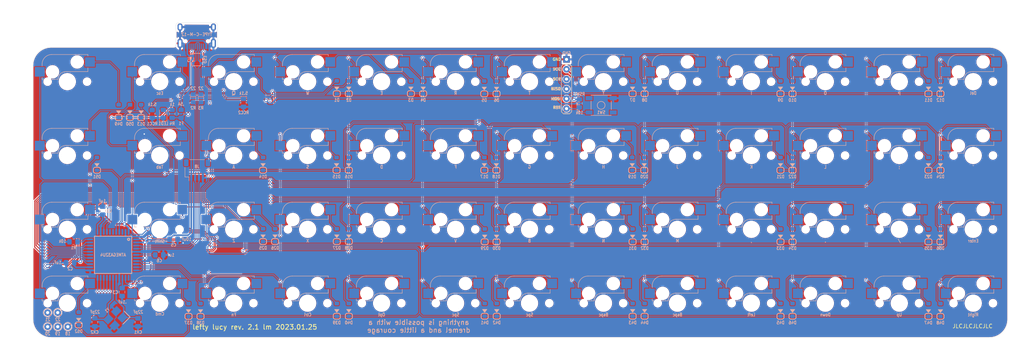
<source format=kicad_pcb>
(kicad_pcb (version 20211014) (generator pcbnew)
  (layers (0 "F.Cu" signal) (31 "B.Cu" signal) (34 "B.Paste" user) (35 "F.Paste" user) (36 "B.SilkS" user "B.Silkscreen") (37 "F.SilkS" user "F.Silkscreen") (38 "B.Mask" user) (39 "F.Mask" user) (44 "Edge.Cuts" user))
  (net 0 "")
  (net 1 "Net-(D1-Pad2)")
  (net 2 "Net-(D2-Pad2)")
  (net 3 "Net-(D3-Pad2)")
  (net 4 "Net-(D4-Pad2)")
  (net 5 "Net-(D5-Pad2)")
  (net 6 "Net-(D6-Pad2)")
  (net 7 "Net-(D7-Pad2)")
  (net 8 "Net-(D8-Pad2)")
  (net 9 "Net-(D9-Pad2)")
  (net 10 "Net-(D10-Pad2)")
  (net 11 "Net-(D11-Pad2)")
  (net 12 "Net-(D12-Pad2)")
  (net 13 "Net-(D13-Pad2)")
  (net 14 "Net-(D14-Pad2)")
  (net 15 "Net-(D15-Pad2)")
  (net 16 "Net-(D16-Pad2)")
  (net 17 "Net-(D17-Pad2)")
  (net 18 "Net-(D18-Pad2)")
  (net 19 "Net-(D19-Pad2)")
  (net 20 "Net-(D20-Pad2)")
  (net 21 "Net-(D21-Pad2)")
  (net 22 "Net-(D22-Pad2)")
  (net 23 "Net-(D23-Pad2)")
  (net 24 "Net-(D24-Pad2)")
  (net 25 "Net-(D25-Pad2)")
  (net 26 "Net-(D26-Pad2)")
  (net 27 "Net-(D27-Pad2)")
  (net 28 "Net-(D28-Pad2)")
  (net 29 "Net-(D29-Pad2)")
  (net 30 "Net-(D30-Pad2)")
  (net 31 "Net-(D31-Pad2)")
  (net 32 "Net-(D32-Pad2)")
  (net 33 "Net-(D33-Pad2)")
  (net 34 "Net-(D34-Pad2)")
  (net 35 "Net-(D35-Pad2)")
  (net 36 "Net-(D36-Pad2)")
  (net 37 "Net-(D37-Pad2)")
  (net 38 "Net-(D38-Pad2)")
  (net 39 "Net-(D39-Pad2)")
  (net 40 "Net-(D40-Pad2)")
  (net 41 "Net-(D41-Pad2)")
  (net 42 "Net-(D42-Pad2)")
  (net 43 "Net-(D43-Pad2)")
  (net 44 "Net-(D44-Pad2)")
  (net 45 "Net-(D45-Pad2)")
  (net 46 "Net-(D46-Pad2)")
  (net 47 "Net-(D47-Pad2)")
  (net 48 "Net-(D48-Pad2)")
  (net 49 "VCC")
  (net 50 "Net-(C6-Pad1)")
  (net 51 "XTAL1")
  (net 52 "XTAL2")
  (net 53 "row0")
  (net 54 "row1")
  (net 55 "row2")
  (net 56 "row3")
  (net 57 "D-")
  (net 58 "D+")
  (net 59 "col0")
  (net 60 "col1")
  (net 61 "col2")
  (net 62 "col3")
  (net 63 "col4")
  (net 64 "col5")
  (net 65 "col6")
  (net 66 "col7")
  (net 67 "col8")
  (net 68 "col9")
  (net 69 "col10")
  (net 70 "col11")
  (net 71 "Net-(R1-Pad2)")
  (net 72 "VBUS")
  (net 73 "Net-(J1-PadB5)")
  (net 74 "Net-(J1-PadA5)")
  (net 75 "ISP_Reset")
  (net 76 "Net-(D52-Pad2)")
  (net 77 "col12")
  (net 78 "GND")
  (net 79 "Net-(LED1-Pad2)")
  (net 80 "DBUS-")
  (net 81 "DBUS+")
  (net 84 "Net-(D49-Pad2)")
  (net 85 "Net-(D50-Pad2)")
  (net 86 "Net-(D51-Pad2)")
  (net 91 "Net-(J3-Pad1)")
  (net 92 "Net-(J4-Pad1)")
  (net 93 "Net-(J5-Pad1)")
  (net 94 "Net-(J6-Pad1)")
  (net 95 "Net-(J7-Pad1)")
  (footprint "MX_Only:MXOnly-1U-Hotswap" (layer "F.Cu") (at 124.990225 53.19395)
    (fp_text reference "K3")
    (fp_text value "KEYSW")
  )
  (footprint "MX_Only:MXOnly-1U-Hotswap" (layer "F.Cu") (at 201.190225 53.19395)
    (fp_text reference "K7")
    (fp_text value "KEYSW")
  )
  (footprint "MX_Only:MXOnly-1U-Hotswap" (layer "F.Cu") (at 182.140225 53.19395)
    (fp_text reference "K6")
    (fp_text value "KEYSW")
  )
  (footprint "MX_Only:MXOnly-1U-Hotswap" (layer "F.Cu") (at 163.090225 53.19395)
    (fp_text reference "K5")
    (fp_text value "KEYSW")
  )
  (footprint "MX_Only:MXOnly-1U-Hotswap" (layer "F.Cu") (at 86.890225 53.19395)
    (fp_text reference "K1")
    (fp_text value "KEYSW")
  )
  (footprint "MX_Only:MXOnly-1U-Hotswap" (layer "F.Cu") (at 220.240225 53.19395)
    (fp_text reference "K8")
    (fp_text value "KEYSW")
  )
  (footprint "MX_Only:MXOnly-1U-Hotswap" (layer "F.Cu") (at 239.290225 53.19395)
    (fp_text reference "K9")
    (fp_text value "KEYSW")
  )
  (footprint "MX_Only:MXOnly-1U-Hotswap" (layer "F.Cu") (at 86.890225 72.24395)
    (fp_text reference "K13")
    (fp_text value "KEYSW")
  )
  (footprint "MX_Only:MXOnly-1U-Hotswap" (layer "F.Cu") (at 105.940225 72.24395)
    (fp_text reference "K14")
    (fp_text value "KEYSW")
  )
  (footprint "MX_Only:MXOnly-1U-Hotswap" (layer "F.Cu") (at 144.045399 72.24395)
    (fp_text reference "K16")
    (fp_text value "KEYSW")
  )
  (footprint "MX_Only:MXOnly-1U-Hotswap" (layer "F.Cu") (at 277.390225 53.19395)
    (fp_text reference locked "K11")
    (fp_text value "KEYSW")
  )
  (footprint "MX_Only:MXOnly-1U-Hotswap" (layer "F.Cu") (at 163.090225 72.24395)
    (fp_text reference "K17")
    (fp_text value "KEYSW")
  )
  (footprint "MX_Only:MXOnly-1U-Hotswap" (layer "F.Cu") (at 182.140225 72.24395)
    (fp_text reference "K18")
    (fp_text value "KEYSW")
  )
  (footprint "MX_Only:MXOnly-1U-Hotswap" (layer "F.Cu") (at 201.190225 72.24395)
    (fp_text reference "K19")
    (fp_text value "KEYSW")
  )
  (footprint "MX_Only:MXOnly-1U-Hotswap" (layer "F.Cu") (at 105.940225 110.34395)
    (fp_text reference "K38")
    (fp_text value "KEYSW")
  )
  (footprint "MX_Only:MXOnly-1U-Hotswap" (layer "F.Cu") (at 124.990225 110.34395)
    (fp_text reference "K39")
    (fp_text value "KEYSW")
  )
  (footprint "MX_Only:MXOnly-1U-Hotswap" (layer "F.Cu") (at 144.040225 110.34395)
    (fp_text reference locked "K40")
    (fp_text value "KEYSW")
  )
  (footprint "MX_Only:MXOnly-1U-Hotswap" (layer "F.Cu") (at 163.090225 110.34395)
    (fp_text reference locked "K41")
    (fp_text value "KEYSW")
  )
  (footprint "MX_Only:MXOnly-1U-Hotswap" (layer "F.Cu") (at 182.140225 110.34395)
    (fp_text reference "K42")
    (fp_text value "KEYSW")
  )
  (footprint "MX_Only:MXOnly-1U-Hotswap" (layer "F.Cu") (at 220.240225 110.34395)
    (fp_text reference "K44")
    (fp_text value "KEYSW")
  )
  (footprint "MX_Only:MXOnly-1U-Hotswap" (layer "F.Cu") (at 239.290225 110.34395)
    (fp_text reference "K45")
    (fp_text value "KEYSW")
  )
  (footprint "MX_Only:MXOnly-1U-Hotswap" (layer "F.Cu") (at 258.340225 110.34395)
    (fp_text reference "K46")
    (fp_text value "KEYSW")
  )
  (footprint "MX_Only:MXOnly-1U-Hotswap" (layer "F.Cu") (at 277.390225 110.34395)
    (fp_text reference "K47")
    (fp_text value "KEYSW")
  )
  (footprint "MX_Only:MXOnly-1U-Hotswap" (layer "F.Cu") (at 201.190225 110.34395)
    (fp_text reference "K43")
    (fp_text value "KEYSW")
  )
  (footprint "MX_Only:MXOnly-1U-Hotswap" (layer "F.Cu") (at 277.390225 91.29395)
    (fp_text reference locked "K35")
    (fp_text value "KEYSW")
  )
  (footprint "MX_Only:MXOnly-1U-Hotswap" (layer "F.Cu") (at 258.340225 91.29395)
    (fp_text reference "K34")
    (fp_text value "KEYSW")
  )
  (footprint "MX_Only:MXOnly-1U-Hotswap" (layer "F.Cu") (at 220.240225 91.29395)
    (fp_text reference "K32")
    (fp_text value "KEYSW")
  )
  (footprint "MX_Only:MXOnly-1U-Hotswap" (layer "F.Cu") (at 182.140225 91.29395)
    (fp_text reference "K30")
    (fp_text value "KEYSW")
  )
  (footprint "MX_Only:MXOnly-1U-Hotswap" (layer "F.Cu") (at 144.040225 91.29395)
    (fp_text reference "K28")
    (fp_text value "KEYSW")
  )
  (footprint "MX_Only:MXOnly-1U-Hotswap" (layer "F.Cu") (at 86.890225 91.29395)
    (fp_text reference "K25")
    (fp_text value "KEYSW")
  )
  (footprint "MX_Only:MXOnly-1U-Hotswap" (layer "F.Cu") (at 163.090225 91.29395)
    (fp_text reference "K29")
    (fp_text value "KEYSW")
  )
  (footprint "MX_Only:MXOnly-1U-Hotswap" (layer "F.Cu") (at 296.440225 72.24395)
    (fp_text reference "K24")
    (fp_text value "KEYSW")
  )
  (footprint "MX_Only:MXOnly-1U-Hotswap" (layer "F.Cu") (at 124.990225 91.29395)
    (fp_text reference "K27")
    (fp_text value "KEYSW")
  )
  (footprint "MX_Only:MXOnly-1U-Hotswap" (layer "F.Cu") (at 105.940225 91.29395)
    (fp_text reference "K26")
    (fp_text value "KEYSW")
  )
  (footprint "MX_Only:MXOnly-1U-Hotswap" (layer "F.Cu") (at 258.340225 72.24395)
    (fp_text reference locked "K22")
    (fp_text value "KEYSW")
  )
  (footprint "MX_Only:MXOnly-1U-Hotswap" (layer "F.Cu") (at 239.290225 72.24395)
    (fp_text reference "K21")
    (fp_text value "KEYSW")
  )
  (footprint "MX_Only:MXOnly-1U-Hotswap" (layer "F.Cu") (at 277.390225 72.24395)
    (fp_text reference "K23")
    (fp_text value "KEYSW")
  )
  (footprint "MX_Only:MXOnly-1U-Hotswap" (layer "F.Cu") (at 296.440225 110.34395)
    (fp_text reference "K48")
    (fp_text value "KEYSW")
  )
  (footprint "MX_Only:MXOnly-1U-Hotswap" (layer "F.Cu") (at 296.440225 91.29395)
    (fp_text reference "K36")
    (fp_text value "KEYSW")
  )
  (footprint "MX_Only:MXOnly-1U-Hotswap" (layer "F.Cu") (at 296.440225 53.19395)
    (fp_text reference "K12")
    (fp_text value "KEYSW")
  )
  (footprint "MX_Only:MXOnly-1U-Hotswap" (layer "F.Cu") (at 105.940225 53.19395)
    (fp_text reference "K2")
    (fp_text value "KEYSW")
  )
  (footprint "MX_Only:MXOnly-1U-Hotswap" (layer "F.Cu") (at 144.040225 53.19395)
    (fp_text reference "K4")
    (fp_text value "KEYSW")
  )
  (footprint "MX_Only:MXOnly-1U-Hotswap" (layer "F.Cu") (at 63.077713 110.344006)
    (fp_text reference "K52")
    (fp_text value "KEYSW")
  )
  (footprint "MX_Only:MXOnly-1U-Hotswap" (layer "F.Cu") (at 63.077713 72.243974)
    (fp_text reference "K50")
    (fp_text value "KEYSW")
  )
  (footprint "MX_Only:MXOnly-1U-Hotswap" (layer "F.Cu") (at 63.077713 91.29399)
    (fp_text reference "K51")
    (fp_text value "KEYSW")
  )
  (footprint "MX_Only:MXOnly-1U-Hotswap" (layer "F.Cu") (at 201.190225 91.29395)
    (fp_text reference "K31")
    (fp_text value "KEYSW")
  )
  (footprint "MX_Only:MXOnly-1U-Hotswap" (layer "F.Cu") (at 239.290225 91.29395)
    (fp_text reference "K33")
    (fp_text value "KEYSW")
  )
  (footprint "MX_Only:MXOnly-1U-Hotswap" (layer "F.Cu") (at 86.890225 110.34395)
    (fp_text reference "K37")
    (fp_text value "KEYSW")
  )
  (footprint "MX_Only:MXOnly-1U-Hotswap" (layer "F.Cu") (at 258.340225 53.19395)
    (fp_text reference "K10")
    (fp_text value "KEYSW")
  )
  (footprint "MX_Only:MXOnly-1U-Hotswap" (layer "F.Cu") (at 124.990225 72.24395)
    (fp_text reference "K15")
    (fp_text value "KEYSW")
  )
  (footprint "MX_Only:MXOnly-1U-Hotswap" (layer "F.Cu") (at 220.240225 72.24395)
    (fp_text reference "K20")
    (fp_text value "KEYSW")
  )
  (footprint "MX_Only:MXOnly-1U-Hotswap" (layer "F.Cu") (at 63.077713 53.193958)
    (fp_text reference "K49")
    (fp_text value "KEYSW")
  )
  (footprint "Capacitor_SMD:C_0805_2012Metric_Pad1.18x1.45mm_HandSolder" (layer "B.Cu") (at 72.2 86.46895 90)
    (fp_text reference "C1")
    (fp_text value ".1uF")
  )
  (footprint "Keeb_footprints:D_SOD-123_modified" (layer "B.Cu") (at 116.590225 92.79395 90)
    (fp_text reference "D26")
    (fp_text value "D")
  )
  (footprint "Keeb_footprints:D_SOD-123_modified" (layer "B.Cu") (at 208.590225 74.39395 90)
    (fp_text reference "D19")
    (fp_text value "D")
  )
  (footprint "Keeb_footprints:D_SOD-123_modified" (layer "B.Cu") (at 170.490225 74.39395 90)
    (fp_text reference "D17")
    (fp_text value "D")
  )
  (footprint "Keeb_footprints:D_SOD-123_modified" (layer "B.Cu") (at 135.581415 74.39395 90)
    (fp_text reference "D16")
    (fp_text value "D")
  )
  (footprint "Keeb_footprints:D_SOD-123_modified" (layer "B.Cu") (at 113.490225 74.39395 90)
    (fp_text reference "D14")
    (fp_text value "D")
  )
  (footprint "Keeb_footprints:D_SOD-123_modified" (layer "B.Cu") (at 284.890625 54.65625 90)
    (fp_text reference "D11")
    (fp_text value "D")
  )
  (footprint "Keeb_footprints:D_SOD-123_modified" (layer "B.Cu") (at 249.881415 54.65625 90)
    (fp_text reference "D10")
    (fp_text value "D")
  )
  (footprint "Keeb_footprints:D_SOD-123_modified" (layer "B.Cu") (at 211.781415 54.65625 90)
    (fp_text reference "D8")
    (fp_text value "D")
  )
  (footprint "Keeb_footprints:D_SOD-123_modified" (layer "B.Cu") (at 208.681415 54.65625 90)
    (fp_text reference "D7")
    (fp_text value "D")
  )
  (footprint "Keeb_footprints:D_SOD-123_modified" (layer "B.Cu") (at 173.651789 54.683377 90)
    (fp_text reference "D6")
    (fp_text value "D")
  )
  (footprint "Keeb_footprints:D_SOD-123_modified" (layer "B.Cu") (at 170.476789 54.683377 90)
    (fp_text reference "D5")
    (fp_text value "D")
  )
  (footprint "Keeb_footprints:D_SOD-123_modified" (layer "B.Cu") (at 154.751789 54.65625 90)
    (fp_text reference "D4")
    (fp_text value "D")
  )
  (footprint "Keeb_footprints:D_SOD-123_modified" (layer "B.Cu") (at 287.990625 112.1 90)
    (fp_text reference "D48")
    (fp_text value "D")
  )
  (footprint "Keeb_footprints:D_SOD-123_modified" (layer "B.Cu") (at 284.890625 112.1 90)
    (fp_text reference "D47")
    (fp_text value "D")
  )
  (footprint "Keeb_footprints:D_SOD-123_modified" (layer "B.Cu") (at 249.890625 112.063123 90)
    (fp_text reference "D46")
    (fp_text value "D")
  )
  (footprint "Keeb_footprints:D_SOD-123_modified" (layer "B.Cu") (at 246.790625 112.05625 90)
    (fp_text reference "D45")
    (fp_text value "D")
  )
  (footprint "Keeb_footprints:D_SOD-123_modified" (layer "B.Cu") (at 211.783999 112.05625 90)
    (fp_text reference "D44")
    (fp_text value "D")
  )
  (footprint "Keeb_footprints:D_SOD-123_modified" (layer "B.Cu") (at 208.7 112.05625 90)
    (fp_text reference "D43")
    (fp_text value "D")
  )
  (footprint "Keeb_footprints:D_SOD-123_modified" (layer "B.Cu") (at 211.790625 92.85625 90)
    (fp_text reference "D32")
    (fp_text value "D")
  )
  (footprint "Keeb_footprints:D_SOD-123_modified" (layer "B.Cu") (at 284.890625 74.39395 90)
    (fp_text reference "D23")
    (fp_text value "D")
  )
  (footprint "Keeb_footprints:D_SOD-123_modified" (layer "B.Cu") (at 208.690625 92.85625 90)
    (fp_text reference "D31")
    (fp_text value "D")
  )
  (footprint "Keeb_footprints:D_SOD-123_modified" (layer "B.Cu") (at 170.585999 92.85625 90)
    (fp_text reference "D29")
    (fp_text value "D")
  )
  (footprint "Keeb_footprints:D_SOD-123_modified" (layer "B.Cu") (at 132.490225 92.79395 90)
    (fp_text reference "D27")
    (fp_text value "D")
  )
  (footprint "Keeb_footprints:D_SOD-123_modified" (layer "B.Cu") (at 287.990625 74.39395 90)
    (fp_text reference "D24")
    (fp_text value "D")
  )
  (footprint "Keeb_footprints:D_SOD-123_modified" (layer "B.Cu") (at 284.890625 92.85625 90)
    (fp_text reference "D35")
    (fp_text value "D")
  )
  (footprint "Keeb_footprints:D_SOD-123_modified" (layer "B.Cu") (at 249.890625 92.85625 90)
    (fp_text reference "D34")
    (fp_text value "D")
  )
  (footprint "Keeb_footprints:D_SOD-123_modified" (layer "B.Cu") (at 246.790625 92.85625 90)
    (fp_text reference "D33")
    (fp_text value "D")
  )
  (footprint "Keeb_footprints:D_SOD-123_modified" (layer "B.Cu") (at 173.690625 112.05625 90)
    (fp_text reference "D42")
    (fp_text value "D")
  )
  (footprint "Keeb_footprints:D_SOD-123_modified" (layer "B.Cu") (at 151.576789 54.65625 90)
    (fp_text reference "D3")
    (fp_text value "D")
  )
  (footprint "Keeb_footprints:D_SOD-123_modified" (layer "B.Cu") (at 211.690225 74.39395 90)
    (fp_text reference "D20")
    (fp_text value "D")
  )
  (footprint "Keeb_footprints:ICSP-Header_small_pins" (layer "B.Cu") (at 191.665313 47.44395 180)
    (fp_text reference "J2" hide)
    (fp_text value "AVR-ISP-6_mod")
  )
  (footprint "Keeb_footprints:D_SOD-123_modified" (layer "B.Cu") (at 287.990625 54.65625 90)
    (fp_text reference "D12")
    (fp_text value "D")
  )
  (footprint "Keeb_footprints:D_SOD-123_modified" (layer "B.Cu") (at 66 114.3 90)
    (fp_text reference "D52")
    (fp_text value "D")
  )
  (footprint "Keeb_footprints:D_SOD-123_modified" (layer "B.Cu") (at 79.2 60.79395 90)
    (fp_text reference "D50")
    (fp_text value "D")
  )
  (footprint "Keeb_footprints:D_SOD-123_modified" (layer "B.Cu") (at 70.7 74.39395 90)
    (fp_text reference "D51")
    (fp_text value "D")
  )
  (footprint "random-keyboard-parts:SKQG-1155865" (layer "B.Cu") (at 200.590225 59.29395)
    (fp_text reference "SW1")
    (fp_text value "SW_PUSH")
  )
  (footprint "Keebio-Parts:ATMEGA32U4-AU" (layer "B.Cu") (at 74.865225 97.86895 180)
    (fp_text reference "U1")
    (fp_text value "ATMEGA32U4")
  )
  (footprint "Capacitor_SMD:C_0805_2012Metric_Pad1.18x1.45mm_HandSolder" (layer "B.Cu") (at 77.165225 107.46895 -90)
    (fp_text reference "C3")
    (fp_text value ".1uF")
  )
  (footprint "Capacitor_SMD:C_0805_2012Metric_Pad1.18x1.45mm_HandSolder" (layer "B.Cu") (at 70.165225 115.26895 -90)
    (fp_text reference "CX2")
    (fp_text value "22pF")
  )
  (footprint "Capacitor_SMD:C_0805_2012Metric_Pad1.18x1.45mm_HandSolder" (layer "B.Cu") (at 81.265225 115.26895 -90)
    (fp_text reference "CX1")
    (fp_text value "22pF")
  )
  (footprint "Crystal:Crystal_SMD_3225-4Pin_3.2x2.5mm_HandSoldering" (layer "B.Cu") (at 75.465225 114.26895 -135)
    (fp_text reference "Y1")
    (fp_text value "16MHz")
  )
  (footprint "Fuse:Fuse_0805_2012Metric_Pad1.15x1.40mm_HandSolder" (layer "B.Cu") (at 92.390225 61.49395 90)
    (fp_text reference "F1")
    (fp_text value ".5A")
  )
  (footprint "Keeb_footprints:TYPE-C-31-M-12" (layer "B.Cu") (at 96.415217 44.81645)
    (fp_text reference "J1")
    (fp_text value "TYPE-C-31-M12_13")
  )
  (footprint "Resistor_SMD:R_0805_2012Metric_Pad1.15x1.40mm_HandSolder" (layer "B.Cu") (at 97.490625 57.49395 90)
    (fp_text reference "R3")
    (fp_text value "22")
  )
  (footprint "Resistor_SMD:R_0805_2012Metric_Pad1.15x1.40mm_HandSolder" (layer "B.Cu") (at 84.940225 61.54395 90)
    (fp_text reference "RCC1")
    (fp_text value "5.1k")
  )
  (footprint "Resistor_SMD:R_0805_2012Metric_Pad1.15x1.40mm_HandSolder" (layer "B.Cu") (at 90.090225 61.49395 -90)
    (fp_text reference "R4")
    (fp_text value "1k")
  )
  (footprint "LED_SMD:LED_0805_2012Metric_Pad1.15x1.40mm_HandSolder" (layer "B.Cu") (at 87.790225 61.49395 90)
    (fp_text reference "LED1")
    (fp_text value "LED")
  )
  (footprint "Keeb_footprints:D_SOD-123_modified" (layer "B.Cu") (at 135.590625 112.05625 90)
    (fp_text reference "D40")
    (fp_text value "D")
  )
  (footprint "Keeb_footprints:D_SOD-123_modified" (layer "B.Cu") (at 132.490625 112.063123 90)
    (fp_text reference "D39")
    (fp_text value "D")
  )
  (footprint "Capacitor_SMD:C_0805_2012Metric_Pad1.18x1.45mm_HandSolder" (layer "B.Cu") (at 63.8 99.9 180)
    (fp_text reference "C2")
    (fp_text value ".1uF")
  )
  (footprint "Resistor_SMD:R_0805_2012Metric_Pad1.15x1.40mm_HandSolder" (layer "B.Cu") (at 95.490625 57.49395 90)
    (fp_text reference "R2")
    (fp_text value "22")
  )
  (footprint "Capacitor_SMD:C_0805_2012Metric_Pad1.18x1.45mm_HandSolder" (layer "B.Cu") (at 90.45 93.85)
    (fp_text reference "C5")
    (fp_text value "10uF")
  )
  (footprint "Capacitor_SMD:C_0805_2012Metric_Pad1.18x1.45mm_HandSolder" (layer "B.Cu") (at 86.765225 97.9)
    (fp_text reference "C6")
    (fp_text value "1uF")
  )
  (footprint "Resistor_SMD:R_0805_2012Metric_Pad1.15x1.40mm_HandSolder" (layer "B.Cu") (at 64.665225 94.5)
    (fp_text reference "R1")
    (fp_text value "10k")
  )
  (footprint "Keeb_footprints:D_SOD-123_modified" (layer "B.Cu") (at 82.090225 60.79395 90)
    (fp_text reference "D13")
    (fp_text value "D")
  )
  (footprint "Keeb_footprints:D_SOD-123_modified" (layer "B.Cu") (at 94.290225 112.09395 90)
    (fp_text reference "D37")
    (fp_text value "D")
  )
  (footprint "Keeb_footprints:D_SOD-123_modified" (layer "B.Cu") (at 97.390225 112.09395 90)
    (fp_text reference "D38")
    (fp_text value "D")
  )
  (footprint "Keeb_footprints:D_SOD-123_modified" (layer "B.Cu") (at 170.590625 112.05625 90)
    (fp_text reference "D41")
    (fp_text value "D")
  )
  (footprint "Keeb_footprints:D_SOD-123_modified" (layer "B.Cu") (at 135.590225 92.79395 90)
    (fp_text reference "D28")
    (fp_text value "D")
  )
  (footprint "Keeb_footprints:D_SOD-123_modified" (layer "B.Cu") (at 173.65 92.85625 90)
    (fp_text reference "D30")
    (fp_text value "D")
  )
  (footprint "Keeb_footprints:D_SOD-123_modified" (layer "B.Cu") (at 287.990625 92.85625 90)
    (fp_text reference "D36")
    (fp_text value "D")
  )
  (footprint "Keeb_footprints:D_SOD-123_modified" (layer "B.Cu") (at 113.490225 92.79395 90)
    (fp_text reference "D25")
    (fp_text value "D")
  )
  (footprint "Keeb_footprints:D_SOD-123_modified" (layer "B.Cu") (at 135.581415 54.65625 90)
    (fp_text reference "D2")
    (fp_text value "D")
  )
  (footprint "Keeb_footprints:D_SOD-123_modified" (layer "B.Cu") (at 76.3 60.79395 90)
    (fp_text reference "D49")
    (fp_text value "D")
  )
  (footprint "Keeb_footprints:D_SOD-123_modified" (layer "B.Cu") (at 246.781415 54.65625 90)
    (fp_text reference "D9")
    (fp_text value "D")
  )
  (footprint "Keeb_footprints:D_SOD-123_modified" (layer "B.Cu") (at 132.490625 54.64995 90)
    (fp_text reference "D1")
    (fp_text value "D")
  )
  (footprint "Resistor_SMD:R_0805_2012Metric_Pad1.15x1.40mm_HandSolder" (layer "B.Cu") (at 194.990225 58.79395 90)
    (fp_text reference "RSW1")
    (fp_text value "10k")
  )
  (footprint "Keeb_footprints:D_SOD-123_modified" (layer "B.Cu") (at 249.881415 74.39395 90)
    (fp_text reference "D22")
    (fp_text value "D")
  )
  (footprint "Keeb_footprints:D_SOD-123_modified" (layer "B.Cu") (at 246.781415 74.39395 90)
    (fp_text reference "D21")
    (fp_text value "D")
  )
  (footprint "Keeb_footprints:D_SOD-123_modified" (layer "B.Cu") (at 173.590225 74.39395 90)
    (fp_text reference "D18")
    (fp_text value "D")
  )
  (footprint "Keeb_footprints:D_SOD-123_modified" (layer "B.Cu") (at 132.431415 74.39395 90)
    (fp_text reference "D15")
    (fp_text value "D")
  )
  (footprint "Resistor_SMD:R_0805_2012Metric_Pad1.15x1.40mm_HandSolder" (layer "B.Cu") (at 108.465225 58.66895 90)
    (fp_text reference "RCC2")
    (fp_text value "5.1k")
  )
  (footprint "Keebio-Parts:SOT-143B" (layer "B.Cu") (at 96.490625 47.49395 -90)
    (fp_text reference "U2")
    (fp_text value "PRTR5V0U2X" hide)
  )
  (footprint "TestPoint:TestPoint_Keystone_5000-5004_Miniature" (layer "B.Cu") (at 58 116.4 180)
    (fp_text reference "J5")
    (fp_text value "Conn_01x01")
  )
  (footprint "TestPoint:TestPoint_Keystone_5000-5004_Miniature" (layer "B.Cu") (at 60.6 116.4 180)
    (fp_text reference "J4")
    (fp_text value "Conn_01x01")
  )
  (footprint "TestPoint:TestPoint_Keystone_5000-5004_Miniature" (layer "B.Cu") (at 63.2 116.4 180)
    (fp_text reference "J3")
    (fp_text value "Conn_01x01")
  )
  (footprint "TestPoint:TestPoint_Keystone_5000-5004_Miniature" (layer "B.Cu") (at 58 112.768958 180)
    (fp_text reference "J6")
    (fp_text value "Conn_01x01")
  )
  (footprint "TestPoint:TestPoint_Keystone_5000-5004_Miniature" (layer "B.Cu") (at 60.6 112.768958 180)
    (fp_text reference "J7")
    (fp_text value "Conn_01x01")
  )
  (footprint "Connector_JST:JST_SH_SM04B-SRSS-TB_1x04-1MP_P1.00mm_Horizontal" (layer "B.Cu") (at 96.490225 75.99395)
    (fp_text reference "J8")
    (fp_text value "4PIN")
  )
  (gr_line (start 91.057416 43.668942) (end 91.057416 38.608805) (layer "Edge.Cuts") (width 0.05))
  (gr_arc (start 300.6076 44.264255) (mid 303.975206 45.659162) (end 305.370104 49.026759) (layer "Edge.Cuts") (width 0.05))
  (gr_arc (start 305.370104 114.511189) (mid 303.975203 117.878799) (end 300.6076 119.273693) (layer "Edge.Cuts") (width 0.05))
  (gr_arc (start 54.148018 49.026759) (mid 55.542924 45.659162) (end 58.910522 44.264255) (layer "Edge.Cuts") (width 0.05))
  (gr_line (start 305.370104 49.026759) (end 305.370104 114.511189) (layer "Edge.Cuts") (width 0.05))
  (gr_arc (start 58.910522 119.273693) (mid 55.542905 117.878799) (end 54.148018 114.511189) (layer "Edge.Cuts") (width 0.05))
  (gr_line (start 58.910522 119.273693) (end 300.6076 119.273693) (layer "Edge.Cuts") (width 0.05))
  (gr_arc (start 102.368363 44.26427) (mid 101.947414 44.089907) (end 101.773051 43.668958) (layer "Edge.Cuts") (width 0.05))
  (gr_line (start 300.6076 44.264255) (end 102.368363 44.26427) (layer "Edge.Cuts") (width 0.05))
  (gr_line (start 91.652729 38.013494) (end 101.177738 38.013494) (layer "Edge.Cuts") (width 0.05))
  (gr_line (start 54.148018 114.511189) (end 54.148018 49.026759) (layer "Edge.Cuts") (width 0.05))
  (gr_line (start 101.77305 38.608806) (end 101.77305 43.668958) (layer "Edge.Cuts") (width 0.05))
  (gr_arc (start 101.177738 38.013494) (mid 101.598687 38.187857) (end 101.77305 38.608806) (layer "Edge.Cuts") (width 0.05))
  (gr_arc (start 91.057416 38.608806) (mid 91.231779 38.187857) (end 91.652728 38.013494) (layer "Edge.Cuts") (width 0.05))
  (gr_arc (start 91.057416 43.668943) (mid 90.883053 44.089892) (end 90.462104 44.264255) (layer "Edge.Cuts") (width 0.05))
  (gr_line (start 58.910522 44.264255) (end 90.462104 44.264255) (layer "Edge.Cuts") (width 0.05))
  (gr_text "B" (at 182.140313 94.270555) (layer "B.SilkS") (effects (font (size 0.8 0.7)) (justify mirror)))
  (gr_text "M" (at 220.240345 94.270555) (layer "B.SilkS") (effects (font (size 0.8 0.7)) (justify mirror)))
  (gr_text "R" (at 163.090297 56.170523) (layer "B.SilkS") (effects (font (size 0.8 0.7)) (justify mirror)))
  (gr_text "V" (at 163.090297 94.270555) (layer "B.SilkS") (effects (font (size 0.8 0.7)) (justify mirror)))
  (gr_text "anything is possible with a\ndremel and a little courage" (at 153.590225 116.29395) (layer "B.SilkS") (effects (font (size 1.25 1.25) (thickness 0.2)) (justify mirror)))
  (gr_text "F" (at 163.090297 75.220539) (layer "B.SilkS") (effects (font (size 0.8 0.7)) (justify mirror)))
  (gr_text "N" (at 201.190329 94.270555) (layer "B.SilkS") (effects (font (size 0.8 0.7)) (justify mirror)))
  (gr_text "D" (at 144.040281 75.220539) (layer "B.SilkS") (effects (font (size 0.8 0.7)) (justify mirror)))
  (gr_text "O" (at 258.340377 56.170523) (layer "B.SilkS") (effects (font (size 0.8 0.7)) (justify mirror)))
  (gr_text "Shift" (at 86.915698 94.4) (layer "B.SilkS") (effects (font (size 0.8 0.7)) (justify mirror)))
  (gr_text "Down" (at 258.340377 113.320571) (layer "B.SilkS") (effects (font (size 0.8 0.7)) (justify mirror)))
  (gr_text "J" (at 220.240345 75.220539) (layer "B.SilkS") (effects (font (size 0.8 0.7)) (justify mirror)))
  (gr_text "Right" (at 296.440409 113.320571) (layer "B.SilkS") (effects (font (size 0.8 0.7)) (justify mirror)))
  (gr_text "I" (at 239.290361 56.170523) (layer "B.SilkS") (effects (font (size 0.8 0.7)) (justify mirror)))
  (gr_text "G" (at 182.140313 75.220539) (layer "B.SilkS") (effects (font (size 0.8 0.7)) (justify mirror)))
  (gr_text ";" (at 277.390393 75.220539) (layer "B.SilkS") (effects (font (size 0.8 0.7)) (justify mirror)))
  (gr_text "E" (at 144.040281 56.170523) (layer "B.SilkS") (effects (font (size 0.8 0.7)) (justify mirror)))
  (gr_text "S" (at 124.990265 75.220539) (layer "B.SilkS") (effects (font (size 0.8 0.7)) (justify mirror)))
  (gr_text "U" (at 220.213553 56.112152) (layer "B.SilkS") (effects (font (size 0.8 0.7)) (justify mirror)))
  (gr_text "." (at 258.340377 94.270555) (layer "B.SilkS") (effects (font (size 0.8 0.7)) (justify mirror)))
  (gr_text "'" (at 296.440409 75.220539) (layer "B.SilkS") (effects (font (size 0.8 0.7)) (justify mirror)))
  (gr_text "Bspc" (at 201.190329 113.320571) (layer "B.SilkS") (effects (font (size 0.8 0.7)) (justify mirror)))
  (gr_text "/" (at 277.390393 94.270555) (layer "B.SilkS") (effects (font (size 0.8 0.7)) (justify mirror)))
  (gr_text "H" (at 201.190329 75.220539) (layer "B.SilkS") (effects (font (size 0.8 0.7)) (justify mirror)))
  (gr_text "Del" (at 296.440409 56.170523) (layer "B.SilkS") (effects (font (size 0.8 0.7)) (justify mirror)))
  (gr_text "A" (at 105.940249 75.220539) (layer "B.SilkS") (effects (font (size 0.8 0.7)) (justify mirror)))
  (gr_text "Cmd" (at 86.915698 113.10947) (layer "B.SilkS") (effects (font (size 0.8 0.7)) (justify mirror)))
  (gr_text "Spc" (at 163.090297 113.320571) (layer "B.SilkS") (effects (font (size 0.8 0.7)) (justify mirror)))
  (gr_text "Spc" (at 182.140313 113.320571) (layer "B.SilkS") (effects (font (size 0.8 0.7)) (justify mirror)))
  (gr_text "C" (at 144.040281 94.270555) (layer "B.SilkS") (effects (font (size 0.8 0.7)) (justify mirror)))
  (gr_text "Z" (at 105.940249 94.270555) (layer "B.SilkS") (effects (font (size 0.8 0.7)) (justify mirror)))
  (gr_text "P" (at 277.390393 56.306269) (layer "B.SilkS") (effects (font (size 0.8 0.7)) (justify mirror)))
  (gr_text "Opt" (at 144.040281 113.320571) (layer "B.SilkS") (effects (font (size 0.8 0.7)) (justify mirror)))
  (gr_text "L" (at 258.340377 75.220539) (layer "B.SilkS") (effects (font (size 0.8 0.7)) (justify mirror)))
  (gr_text "Fn" (at 105.940249 113.320571) (layer "B.SilkS") (effects (font (size 0.8 0.7)) (justify mirror)))
  (gr_text "W" (at 124.990265 56.170523) (layer "B.SilkS") (effects (font (size 0.8 0.7)) (justify mirror)))
  (gr_text "Ctrl" (at 124.990265 113.320571) (layer "B.SilkS") (effects (font (size 0.8 0.7)) (justify mirror)))
  (gr_text "T" (at 182.140313 56.170523) (layer "B.SilkS") (effects (font (size 0.8 0.7)) (justify mirror)))
  (gr_text "," (at 239.290361 94.270555) (layer "B.SilkS") (effects (font (size 0.8 0.7)) (justify mirror)))
  (gr_text "Up" (at 277.390393 113.320571) (layer "B.SilkS") (effects (font (size 0.8 0.7)) (justify mirror)))
  (gr_text "Esc" (at 86.890233 56.170523) (layer "B.SilkS") (effects (font (size 0.8 0.7)) (justify mirror)))
  (gr_text "Bspc" (at 220.240345 113.320571) (layer "B.SilkS") (effects (font (size 0.8 0.7)) (justify mirror)))
  (gr_text "Enter" (at 296.440409 94.270555) (layer "B.SilkS") (effects (font (size 0.8 0.7)) (justify mirror)))
  (gr_text "Q" (at 105.940249 56.170523) (layer "B.SilkS") (effects (font (size 1 1)) (justify mirror)))
  (gr_text "Tab" (at 86.890233 75.220539) (layer "B.SilkS") (effects (font (size 0.8 0.7)) (justify mirror)))
  (gr_text "Left" (at 239.290361 113.320571) (layer "B.SilkS") (effects (font (size 0.8 0.7)) (justify mirror)))
  (gr_text "K" (at 239.290361 75.220539) (layer "B.SilkS") (effects (font (size 0.8 0.7)) (justify mirror)))
  (gr_text "Y" (at 201.190329 56) (layer "B.SilkS") (effects (font (size 1 1)) (justify mirror)))
  (gr_text "X" (at 124.990265 94.270555) (layer "B.SilkS") (effects (font (size 0.8 0.7)) (justify mirror)))
  (gr_text "JLCJLCJLCJLC" (at 296.265225 116.26895) (layer "F.SilkS") (effects (font (size 1 1))))
  (gr_text "lefty lucy rev. 2.1 lm 2023.01.25" (at 111.38288 116.5) (layer "F.SilkS") (effects (font (size 1.25 1.25) (thickness 0.2))))
  (segment (start 115.4283 56.89395) (end 115.911125 56.411125) (width 0.25) (layer "F.Cu") (net 1))
  (segment (start 91.735725 56.89395) (end 115.4283 56.89395) (width 0.25) (layer "F.Cu") (net 1))
  (segment (start 115.911125 55.66895) (end 115.911125 56.411125) (width 0.25) (layer "F.Cu") (net 1))
  (via (at 115.911125 55.66895) (size 0.65) (drill 0.35) (layers "F.Cu" "B.Cu") (net 1))
  (via (at 91.735725 56.89395) (size 0.65) (drill 0.35) (layers "F.Cu" "B.Cu") (net 1))
  (segment (start 92.732225 48.11395) (end 92.732225 50.73595) (width 0.25) (layer "B.Cu") (net 1))
  (segment (start 94.090225 54.53945) (end 91.735725 56.89395) (width 0.25) (layer "B.Cu") (net 1))
  (segment (start 116.428615 56.18644) (end 129.076837 56.18644) (width 0.25) (layer "B.Cu") (net 1))
  (segment (start 115.911125 55.66895) (end 116.428615 56.18644) (width 0.25) (layer "B.Cu") (net 1))
  (segment (start 132.263328 52.99995) (end 132.490625 52.99995) (width 0.25) (layer "B.Cu") (net 1))
  (segment (start 92.732225 50.73595) (end 94.090225 52.09395) (width 0.25) (layer "B.Cu") (net 1))
  (segment (start 94.090225 52.09395) (end 94.090225 54.53945) (width 0.25) (layer "B.Cu") (net 1))
  (segment (start 129.076837 56.18644) (end 132.263328 52.99995) (width 0.25) (layer "B.Cu") (net 1))
  (segment (start 131.3 54.5) (end 129.234039 56.56596) (width 0.25) (layer "B.Cu") (net 2))
  (segment (start 114.462235 56.56596) (end 113.065225 55.16895) (width 0.25) (layer "B.Cu") (net 2))
  (segment (start 129.234039 56.56596) (end 114.462235 56.56596) (width 0.25) (layer "B.Cu") (net 2))
  (segment (start 113.065225 52.46895) (end 111.782225 51.18595) (width 0.25) (layer "B.Cu") (net 2))
  (segment (start 111.782225 51.18595) (end 111.782225 48.11395) (width 0.25) (layer "B.Cu") (net 2))
  (segment (start 134.087665 54.5) (end 131.3 54.5) (width 0.25) (layer "B.Cu") (net 2))
  (segment (start 135.581415 53.00625) (end 134.087665 54.5) (width 0.25) (layer "B.Cu") (net 2))
  (segment (start 113.065225 55.16895) (end 113.065225 52.46895) (width 0.25) (layer "B.Cu") (net 2))
  (segment (start 140.83577 46.23577) (end 145.4 50.8) (width 0.25) (layer "B.Cu") (net 3))
  (segment (start 130.832225 48.11395) (end 132.710405 46.23577) (width 0.25) (layer "B.Cu") (net 3))
  (segment (start 132.710405 46.23577) (end 140.83577 46.23577) (width 0.25) (layer "B.Cu") (net 3))
  (segment (start 145.4 50.8) (end 149.370539 50.8) (width 0.25) (layer "B.Cu") (net 3))
  (segment (start 149.370539 50.8) (end 151.576789 53.00625) (width 0.25) (layer "B.Cu") (net 3))
  (segment (start 154.751789 52.983514) (end 149.882225 48.11395) (width 0.25) (layer "B.Cu") (net 4))
  (segment (start 154.751789 53.00625) (end 154.751789 52.983514) (width 0.25) (layer "B.Cu") (net 4))
  (segment (start 168.932225 51.488813) (end 168.932225 48.11395) (width 0.25) (layer "B.Cu") (net 5))
  (segment (start 170.476789 53.033377) (end 168.932225 51.488813) (width 0.25) (layer "B.Cu") (net 5))
  (segment (start 172.86423 46.23577) (end 172.3 46.8) (width 0.25) (layer "B.Cu") (net 6))
  (segment (start 186.104045 46.23577) (end 172.86423 46.23577) (width 0.25) (layer "B.Cu") (net 6))
  (segment (start 172.3 46.8) (end 172.3 51.681588) (width 0.25) (layer "B.Cu") (net 6))
  (segment (start 187.982225 48.11395) (end 186.104045 46.23577) (width 0.25) (layer "B.Cu") (net 6))
  (segment (start 172.3 51.681588) (end 173.651789 53.033377) (width 0.25) (layer "B.Cu") (net 6))
  (segment (start 207.032225 48.11395) (end 207.032225 51.35706) (width 0.25) (layer "B.Cu") (net 7))
  (segment (start 207.032225 51.35706) (end 208.681415 53.00625) (width 0.25) (layer "B.Cu") (net 7))
  (segment (start 226.082225 48.11395) (end 224.207704 46.239429) (width 0.25) (layer "B.Cu") (net 8))
  (segment (start 224.207704 46.239429) (end 211.544746 46.239429) (width 0.25) (layer "B.Cu") (net 8))
  (segment (start 211.544746 46.239429) (end 210.8 46.984175) (width 0.25) (layer "B.Cu") (net 8))
  (segment (start 210.8 52.024835) (end 211.781415 53.00625) (width 0.25) (layer "B.Cu") (net 8))
  (segment (start 210.8 46.984175) (end 210.8 52.024835) (width 0.25) (layer "B.Cu") (net 8))
  (segment (start 245.132225 51.35706) (end 246.781415 53.00625) (width 0.25) (layer "B.Cu") (net 9))
  (segment (start 245.132225 48.11395) (end 245.132225 51.35706) (width 0.25) (layer "B.Cu") (net 9))
  (segment (start 248.8 47.203725) (end 248.8 51.924835) (width 0.25) (layer "B.Cu") (net 10))
  (segment (start 248.8 51.924835) (end 249.881415 53.00625) (width 0.25) (layer "B.Cu") (net 10))
  (segment (start 262.307704 46.239429) (end 249.764296 46.239429) (width 0.25) (layer "B.Cu") (net 10))
  (segment (start 249.764296 46.239429) (end 248.8 47.203725) (width 0.25) (layer "B.Cu") (net 10))
  (segment (start 264.182225 48.11395) (end 262.307704 46.239429) (width 0.25) (layer "B.Cu") (net 10))
  (segment (start 284.890625 53.00625) (end 283.232225 51.34785) (width 0.25) (layer "B.Cu") (net 11))
  (segment (start 283.232225 51.34785) (end 283.232225 48.11395) (width 0.25) (layer "B.Cu") (net 11))
  (segment (start 302.282225 48.11395) (end 300.407704 46.239429) (width 0.25) (layer "B.Cu") (net 12))
  (segment (start 286.890625 51.90625) (end 287.990625 53.00625) (width 0.25) (layer "B.Cu") (net 12))
  (segment (start 300.407704 46.239429) (end 287.707446 46.239429) (width 0.25) (layer "B.Cu") (net 12))
  (segment (start 287.707446 46.239429) (end 286.890625 47.05625) (width 0.25) (layer "B.Cu") (net 12))
  (segment (start 286.890625 47.05625) (end 286.890625 51.90625) (width 0.25) (layer "B.Cu") (net 12))
  (segment (start 82.090225 59.14395) (end 82.090225 60.132093) (width 0.25) (layer "B.Cu") (net 13))
  (segment (start 83.590225 63.516781) (end 85.167394 65.09395) (width 0.25) (layer "B.Cu") (net 13))
  (segment (start 83.590225 61.632093) (end 83.590225 63.516781) (width 0.25) (layer "B.Cu") (net 13))
  (segment (start 90.662225 65.09395) (end 92.732225 67.16395) (width 0.25) (layer "B.Cu") (net 13))
  (segment (start 82.090225 60.132093) (end 83.590225 61.632093) (width 0.25) (layer "B.Cu") (net 13))
  (segment (start 85.167394 65.09395) (end 90.662225 65.09395) (width 0.25) (layer "B.Cu") (net 13))
  (segment (start 111.782225 71.03595) (end 113.490225 72.74395) (width 0.25) (layer "B.Cu") (net 14))
  (segment (start 111.782225 67.16395) (end 111.782225 71.03595) (width 0.25) (layer "B.Cu") (net 14))
  (segment (start 130.832225 71.14476) (end 130.832225 67.16395) (width 0.25) (layer "B.Cu") (net 15))
  (segment (start 132.431415 72.74395) (end 130.832225 71.14476) (width 0.25) (layer "B.Cu") (net 15))
  (segment (start 136.827108 63.938315) (end 148.92207 63.938315) (width 0.25) (layer "B.Cu") (net 16))
  (segment (start 148.92207 63.938315) (end 149.887399 64.903644) (width 0.25) (layer "B.Cu") (net 16))
  (segment (start 134.890225 72.05276) (end 134.890225 65.875197) (width 0.25) (layer "B.Cu") (net 16))
  (segment (start 135.581415 72.74395) (end 134.890225 72.05276) (width 0.25) (layer "B.Cu") (net 16))
  (segment (start 134.890225 65.875197) (end 136.827108 63.938315) (width 0.25) (layer "B.Cu") (net 16))
  (segment (start 149.887399 64.903644) (end 149.887399 67.16395) (width 0.25) (layer "B.Cu") (net 16))
  (segment (start 170.490225 72.74395) (end 168.932225 71.18595) (width 0.25) (layer "B.Cu") (net 17))
  (segment (start 168.932225 71.18595) (end 168.932225 67.16395) (width 0.25) (layer "B.Cu") (net 17))
  (segment (start 185.291745 64.47347) (end 172.547427 64.47347) (width 0.25) (layer "B.Cu") (net 18))
  (segment (start 187.982225 67.16395) (end 185.291745 64.47347) (width 0.25) (layer "B.Cu") (net 18))
  (segment (start 172.069745 71.22347) (end 173.590225 72.74395) (width 0.25) (layer "B.Cu") (net 18))
  (segment (start 172.547427 64.47347) (end 172.069745 64.951152) (width 0.25) (layer "B.Cu") (net 18))
  (segment (start 172.069745 64.951152) (end 172.069745 71.22347) (width 0.25) (layer "B.Cu") (net 18))
  (segment (start 207.032225 68.43595) (end 208.590225 69.99395) (width 0.25) (layer "B.Cu") (net 19))
  (segment (start 207.032225 67.16395) (end 207.032225 68.43595) (width 0.25) (layer "B.Cu") (net 19))
  (segment (start 208.590225 69.99395) (end 208.590225 72.74395) (width 0.25) (layer "B.Cu") (net 19))
  (segment (start 210.469745 65.054718) (end 210.469745 71.52347) (width 0.25) (layer "B.Cu") (net 20))
  (segment (start 211.050993 64.47347) (end 210.469745 65.054718) (width 0.25) (layer "B.Cu") (net 20))
  (segment (start 223.391745 64.47347) (end 211.050993 64.47347) (width 0.25) (layer "B.Cu") (net 20))
  (segment (start 210.469745 71.52347) (end 211.690225 72.74395) (width 0.25) (layer "B.Cu") (net 20))
  (segment (start 226.082225 67.16395) (end 223.391745 64.47347) (width 0.25) (layer "B.Cu") (net 20))
  (segment (start 245.132225 71.09476) (end 245.132225 67.16395) (width 0.25) (layer "B.Cu") (net 21))
  (segment (start 246.781415 72.74395) (end 245.132225 71.09476) (width 0.25) (layer "B.Cu") (net 21))
  (segment (start 249.147427 64.47347) (end 248.469745 65.151152) (width 0.25) (layer "B.Cu") (net 22))
  (segment (start 248.469745 71.33228) (end 249.881415 72.74395) (width 0.25) (layer "B.Cu") (net 22))
  (segment (start 264.182225 67.16395) (end 261.491745 64.47347) (width 0.25) (layer "B.Cu") (net 22))
  (segment (start 248.469745 65.151152) (end 248.469745 71.33228) (width 0.25) (layer "B.Cu") (net 22))
  (segment (start 261.491745 64.47347) (end 249.147427 64.47347) (width 0.25) (layer "B.Cu") (net 22))
  (segment (start 283.232225 71.08555) (end 283.232225 67.16395) (width 0.25) (layer "B.Cu") (net 23))
  (segment (start 284.890625 72.74395) (end 283.232225 71.08555) (width 0.25) (layer "B.Cu") (net 23))
  (segment (start 289.610705 64.47347) (end 299.591745 64.47347) (width 0.25) (layer "B.Cu") (net 24))
  (segment (start 287.390225 72.14355) (end 287.390225 66.69395) (width 0.25) (layer "B.Cu") (net 24))
  (segment (start 287.390225 66.69395) (end 289.610705 64.47347) (width 0.25) (layer "B.Cu") (net 24))
  (segment (start 299.591745 64.47347) (end 302.282225 67.16395) (width 0.25) (layer "B.Cu") (net 24))
  (segment (start 287.990625 72.74395) (end 287.390225 72.14355) (width 0.25) (layer "B.Cu") (net 24))
  (segment (start 100.3 85.50747) (end 93.438705 85.50747) (width 0.25) (layer "F.Cu") (net 25))
  (segment (start 92.732225 88.032225) (end 92.8 88.1) (width 0.25) (layer "F.Cu") (net 25))
  (segment (start 93.438705 85.50747) (end 92.732225 86.21395) (width 0.25) (layer "F.Cu") (net 25))
  (segment (start 92.732225 86.21395) (end 92.732225 88.032225) (width 0.25) (layer "F.Cu") (net 25))
  (via (at 92.8 88.1) (size 0.65) (drill 0.35) (layers "F.Cu" "B.Cu") (net 25))
  (via (at 100.3 85.50747) (size 0.65) (drill 0.35) (layers "F.Cu" "B.Cu") (net 25))
  (segment (start 105.6 86.8) (end 104.30747 85.50747) (width 0.25) (layer "B.Cu") (net 25))
  (segment (start 92.8 88.1) (end 92.8 86.281725) (width 0.25) (layer "B.Cu") (net 25))
  (segment (start 104.30747 85.50747) (end 100.3 85.50747) (width 0.25) (layer "B.Cu") (net 25))
  (segment (start 113.490225 91.14395) (end 110.846275 88.5) (width 0.25) (layer "B.Cu") (net 25))
  (segment (start 107.3 88.5) (end 105.6 86.8) (width 0.25) (layer "B.Cu") (net 25))
  (segment (start 110.846275 88.5) (end 107.3 88.5) (width 0.25) (layer "B.Cu") (net 25))
  (segment (start 92.8 86.281725) (end 92.732225 86.21395) (width 0.25) (layer "B.Cu") (net 25))
  (segment (start 111.782225 86.21395) (end 111.782225 86.33595) (width 0.25) (layer "B.Cu") (net 26))
  (segment (start 111.782225 86.33595) (end 116.590225 91.14395) (width 0.25) (layer "B.Cu") (net 26))
  (segment (start 130.832225 86.21395) (end 130.832225 89.48595) (width 0.25) (layer "B.Cu") (net 27))
  (segment (start 130.832225 89.48595) (end 132.490225 91.14395) (width 0.25) (layer "B.Cu") (net 27))
  (segment (start 133.590625 85.49435) (end 133.590625 89.14435) (width 0.25) (layer "B.Cu") (net 28))
  (segment (start 148.007704 84.339429) (end 134.745546 84.339429) (width 0.25) (layer "B.Cu") (net 28))
  (segment (start 133.590625 89.14435) (end 135.590225 91.14395) (width 0.25) (layer "B.Cu") (net 28))
  (segment (start 149.882225 86.21395) (end 148.007704 84.339429) (width 0.25) (layer "B.Cu") (net 28))
  (segment (start 134.745546 84.339429) (end 133.590625 85.49435) (width 0.25) (layer "B.Cu") (net 28))
  (segment (start 170.585999 91.20625) (end 168.932225 89.552476) (width 0.25) (layer "B.Cu") (net 29))
  (segment (start 168.932225 89.552476) (end 168.932225 86.21395) (width 0.25) (layer "B.Cu") (net 29))
  (segment (start 187.982225 86.21395) (end 186.107704 84.339429) (width 0.25) (layer "B.Cu") (net 30))
  (segment (start 172.6 85.527322) (end 172.6 90.15625) (width 0.25) (layer "B.Cu") (net 30))
  (segment (start 186.107704 84.339429) (end 173.787893 84.339429) (width 0.25) (layer "B.Cu") (net 30))
  (segment (start 173.787893 84.339429) (end 172.6 85.527322) (width 0.25) (layer "B.Cu") (net 30))
  (segment (start 172.6 90.15625) (end 173.65 91.20625) (width 0.25) (layer "B.Cu") (net 30))
  (segment (start 207.032225 89.54785) (end 208.690625 91.20625) (width 0.25) (layer "B.Cu") (net 31))
  (segment (start 207.032225 86.21395) (end 207.032225 89.54785) (width 0.25) (layer "B.Cu") (net 31))
  (segment (start 210.7 85.527322) (end 210.7 90.115625) (width 0.25) (layer "B.Cu") (net 32))
  (segment (start 224.207704 84.339429) (end 211.887893 84.339429) (width 0.25) (layer "B.Cu") (net 32))
  (segment (start 211.887893 84.339429) (end 210.7 85.527322) (width 0.25) (layer "B.Cu") (net 32))
  (segment (start 210.7 90.115625) (end 211.790625 91.20625) (width 0.25) (layer "B.Cu") (net 32))
  (segment (start 226.082225 86.21395) (end 224.207704 84.339429) (width 0.25) (layer "B.Cu") (net 32))
  (segment (start 245.132225 89.54785) (end 246.790625 91.20625) (width 0.25) (layer "B.Cu") (net 33))
  (segment (start 245.132225 86.21395) (end 245.132225 89.54785) (width 0.25) (layer "B.Cu") (net 33))
  (segment (start 264.182225 86.21395) (end 262.307704 84.339429) (width 0.25) (layer "B.Cu") (net 34))
  (segment (start 262.307704 84.339429) (end 249.964296 84.339429) (width 0.25) (layer "B.Cu") (net 34))
  (segment (start 248.8 85.503725) (end 248.8 90.115625) (width 0.25) (layer "B.Cu") (net 34))
  (segment (start 248.8 90.115625) (end 249.890625 91.20625) (width 0.25) (layer "B.Cu") (net 34))
  (segment (start 249.964296 84.339429) (end 248.8 85.503725) (width 0.25) (layer "B.Cu") (net 34))
  (segment (start 283.232225 89.54785) (end 284.890625 91.20625) (width 0.25) (layer "B.Cu") (net 35))
  (segment (start 283.232225 86.21395) (end 283.232225 89.54785) (width 0.25) (layer "B.Cu") (net 35))
  (segment (start 286.9 90.115625) (end 287.990625 91.20625) (width 0.25) (layer "B.Cu") (net 36))
  (segment (start 300.407704 84.339429) (end 288.044746 84.339429) (width 0.25) (layer "B.Cu") (net 36))
  (segment (start 288.044746 84.339429) (end 286.9 85.484175) (width 0.25) (layer "B.Cu") (net 36))
  (segment (start 302.282225 86.21395) (end 300.407704 84.339429) (width 0.25) (layer "B.Cu") (net 36))
  (segment (start 286.9 85.484175) (end 286.9 90.115625) (width 0.25) (layer "B.Cu") (net 36))
  (segment (start 92.732225 105.26395) (end 92.732225 108.88595) (width 0.25) (layer "B.Cu") (net 37))
  (segment (start 92.732225 108.88595) (end 94.290225 110.44395) (width 0.25) (layer "B.Cu") (net 37))
  (segment (start 111.782225 105.26395) (end 109.907704 103.389429) (width 0.25) (layer "B.Cu") (net 38))
  (segment (start 109.907704 103.389429) (end 100.385704 103.389429) (width 0.25) (layer "B.Cu") (net 38))
  (segment (start 100.385704 103.389429) (end 99.102578 104.672555) (width 0.25) (layer "B.Cu") (net 38))
  (segment (start 96.490225 105.19395) (end 96.490225 109.54395) (width 0.25) (layer "B.Cu") (net 38))
  (segment (start 99.102578 104.672555) (end 97.01162 104.672555) (width 0.25) (layer "B.Cu") (net 38))
  (segment (start 97.01162 104.672555) (end 96.490225 105.19395) (width 0.25) (layer "B.Cu") (net 38))
  (segment (start 96.490225 109.54395) (end 97.390225 110.44395) (width 0.25) (layer "B.Cu") (net 38))
  (segment (start 132.490625 110.413123) (end 130.832225 108.754723) (width 0.25) (layer "B.Cu") (net 39))
  (segment (start 130.832225 108.754723) (end 130.832225 105.26395) (width 0.25) (layer "B.Cu") (net 39))
  (segment (start 134.490225 104.59395) (end 134.490225 109.30585) (width 0.25) (layer "B.Cu") (net 40))
  (segment (start 135.694746 103.389429) (end 134.490225 104.59395) (width 0.25) (layer "B.Cu") (net 40))
  (segment (start 134.490225 109.30585) (end 135.590625 110.40625) (width 0.25) (layer "B.Cu") (net 40))
  (segment (start 148.007704 103.389429) (end 135.694746 103.389429) (width 0.25) (layer "B.Cu") (net 40))
  (segment (start 149.882225 105.26395) (end 148.007704 103.389429) (width 0.25) (layer "B.Cu") (net 40))
  (segment (start 168.932225 105.26395) (end 168.932225 108.74785) (width 0.25) (layer "B.Cu") (net 41))
  (segment (start 168.932225 108.74785) (end 170.590625 110.40625) (width 0.25) (layer "B.Cu") (net 41))
  (segment (start 186.107704 103.389429) (end 173.494746 103.389429) (width 0.25) (layer "B.Cu") (net 42))
  (segment (start 172.590225 104.29395) (end 172.590225 109.30585) (width 0.25) (layer "B.Cu") (net 42))
  (segment (start 187.982225 105.26395) (end 186.107704 103.389429) (width 0.25) (layer "B.Cu") (net 42))
  (segment (start 172.590225 109.30585) (end 173.690625 110.40625) (width 0.25) (layer "B.Cu") (net 42))
  (segment (start 173.494746 103.389429) (end 172.590225 104.29395) (width 0.25) (layer "B.Cu") (net 42))
  (segment (start 207.032225 108.738475) (end 208.7 110.40625) (width 0.25) (layer "B.Cu") (net 43))
  (segment (start 207.032225 105.26395) (end 207.032225 108.738475) (width 0.25) (layer "B.Cu") (net 43))
  (segment (start 210.740225 104.24395) (end 210.740225 109.362476) (width 0.25) (layer "B.Cu") (net 44))
  (segment (start 226.082225 105.26395) (end 224.207704 103.389429) (width 0.25) (layer "B.Cu") (net 44))
  (segment (start 224.207704 103.389429) (end 211.594746 103.389429) (width 0.25) (layer "B.Cu") (net 44))
  (segment (start 210.740225 109.362476) (end 211.783999 110.40625) (width 0.25) (layer "B.Cu") (net 44))
  (segment (start 211.594746 103.389429) (end 210.740225 104.24395) (width 0.25) (layer "B.Cu") (net 44))
  (segment (start 245.132225 108.74785) (end 246.790625 110.40625) (width 0.25) (layer "B.Cu") (net 45))
  (segment (start 245.132225 105.26395) (end 245.132225 108.74785) (width 0.25) (layer "B.Cu") (net 45))
  (segment (start 249.294746 103.389429) (end 248.490225 104.19395) (width 0.25) (layer "B.Cu") (net 46))
  (segment (start 248.490225 104.19395) (end 248.490225 109.012723) (width 0.25) (layer "B.Cu") (net 46))
  (segment (start 264.182225 105.26395) (end 262.307704 103.389429) (width 0.25) (layer "B.Cu") (net 46))
  (segment (start 248.490225 109.012723) (end 249.890625 110.413123) (width 0.25) (layer "B.Cu") (net 46))
  (segment (start 262.307704 103.389429) (end 249.294746 103.389429) (width 0.25) (layer "B.Cu") (net 46))
  (segment (start 283.232225 108.7916) (end 284.890625 110.45) (width 0.25) (layer "B.Cu") (net 47))
  (segment (start 283.232225 105.26395) (end 283.232225 108.7916) (width 0.25) (layer "B.Cu") (net 47))
  (segment (start 300.407704 103.389429) (end 302.282225 105.26395) (width 0.25) (layer "B.Cu") (net 48))
  (segment (start 287.1 105.5) (end 289.2 103.4) (width 0.25) (layer "B.Cu") (net 48))
  (segment (start 287.990625 110.45) (end 287.1 109.559375) (width 0.25) (layer "B.Cu") (net 48))
  (segment (start 289.2 103.4) (end 295.2 103.4) (width 0.25) (layer "B.Cu") (net 48))
  (segment (start 287.1 109.559375) (end 287.1 105.5) (width 0.25) (layer "B.Cu") (net 48))
  (segment (start 295.2 103.4) (end 295.210571 103.389429) (width 0.25) (layer "B.Cu") (net 48))
  (segment (start 295.210571 103.389429) (end 300.407704 103.389429) (width 0.25) (layer "B.Cu") (net 48))
  (segment (start 70.83105 87.56895) (end 69.465225 87.56895) (width 0.4) (layer "F.Cu") (net 49))
  (segment (start 114.265118 58.034882) (end 113.958226 57.72799) (width 0.4) (layer "F.Cu") (net 49))
  (segment (start 72.565225 87.56895) (end 70.83105 87.56895) (width 0.4) (layer "F.Cu") (net 49))
  (segment (start 193.190225 57.39395) (end 193.190225 51.508862) (width 0.4) (layer "F.Cu") (net 49))
  (segment (start 83.048138 102.151862) (end 79.4 105.8) (width 0.4) (layer "F.Cu") (net 49))
  (segment (start 94.2 58.7) (end 94.2 61.6) (width 0.4) (layer "F.Cu") (net 49))
  (segment (start 83.048138 94.448138) (end 83.048138 94.651862) (width 0.4) (layer "F.Cu") (net 49))
  (segment (start 69.465225 87.56895) (end 66.465225 90.56895) (width 0.4) (layer "F.Cu") (net 49))
  (segment (start 83.048138 94.651862) (end 83.048138 98.651862) (width 0.4) (layer "F.Cu") (net 49))
  (segment (start 66.465225 98.71895) (end 66.465225 99.534775) (width 0.4) (layer "F.Cu") (net 49))
  (segment (start 79.129597 90.529597) (end 83.048138 94.448138) (width 0.4) (layer "F.Cu") (net 49))
  (segment (start 193.590225 57.79395) (end 193.190225 57.39395) (width 0.4) (layer "F.Cu") (net 49))
  (segment (start 78.5 89.9) (end 79.129597 90.529597) (width 0.4) (layer "F.Cu") (net 49))
  (segment (start 83.048138 94.451862) (end 83.048138 94.651862) (width 0.4) (layer "F.Cu") (net 49))
  (segment (start 113.958226 57.72799) (end 95.17201 57.72799) (width 0.4) (layer "F.Cu") (net 49))
  (segment (start 95.17201 57.72799) (end 94.2 58.7) (width 0.4) (layer "F.Cu") (net 49))
  (segment (start 66.465225 99.534775) (end 66.44094 99.55906) (width 0.4) (layer "F.Cu") (net 49))
  (segment (start 74.896274 89.9) (end 74.798137 89.801863) (width 0.4) (layer "F.Cu") (net 49))
  (segment (start 77.8 89.9) (end 74.896274 89.9) (width 0.4) (layer "F.Cu") (net 49))
  (segment (start 193.190225 51.508862) (end 191.665313 49.98395) (width 0.4) (layer "F.Cu") (net 49))
  (segment (start 77.8 89.9) (end 78.5 89.9) (width 0.4) (layer "F.Cu") (net 49))
  (segment (start 83.048138 98.651862) (end 83.048138 102.151862) (width 0.4) (layer "F.Cu") (net 49))
  (segment (start 66.465225 90.56895) (end 66.465225 98.71895) (width 0.4) (layer "F.Cu") (net 49))
  (segment (start 74.798137 89.801863) (end 72.565225 87.56895) (width 0.4) (layer "F.Cu") (net 49))
  (via (at 193.590225 57.79395) (size 0.9) (drill 0.5) (layers "F.Cu" "B.Cu") (net 49))
  (via (at 83.048138 98.651862) (size 0.9) (drill 0.5) (layers "F.Cu" "B.Cu") (net 49))
  (via (at 70.83105 87.56895) (size 0.9) (drill 0.5) (layers "F.Cu" "B.Cu") (net 49))
  (via (at 83.048138 94.651862) (size 0.9) (drill 0.5) (layers "F.Cu" "B.Cu") (net 49))
  (via (at 94.2 61.6) (size 0.9) (drill 0.5) (layers "F.Cu" "B.Cu") (net 49))
  (via (at 66.44094 99.55906) (size 0.9) (drill 0.5) (layers "F.Cu" "B.Cu") (net 49))
  (via (at 79.4 105.8) (size 0.9) (drill 0.5) (layers "F.Cu" "B.Cu") (net 49))
  (via (at 114.265118 58.034882) (size 0.9) (drill 0.5) (layers "F.Cu" "B.Cu") (net 49))
  (via (at 77.8 89.9) (size 0.9) (drill 0.5) (layers "F.Cu" "B.Cu") (net 49))
  (segment (start 72.2 87.50645) (end 70.89355 87.50645) (width 0.4) (layer "B.Cu") (net 49))
  (segment (start 92.390225 62.51895) (end 92.390225 63.009775) (width 0.4) (layer "B.Cu") (net 49))
  (segment (start 72.2 88.8) (end 70.865225 90.134775) (width 0.4) (layer "B.Cu") (net 49))
  (segment (start 83.7 94) (end 83.048138 94.651862) (width 0.4) (layer "B.Cu") (net 49))
  (segment (start 70.89355 87.50645) (end 70.83105 87.56895) (width 0.4) (layer "B.Cu") (net 49))
  (segment (start 68.965225 101.06895) (end 65.26895 101.06895) (width 0.4) (layer "B.Cu") (net 49))
  (segment (start 83.03105 98.66895) (end 83.048138 98.651862) (width 0.4) (layer "B.Cu") (net 49))
  (segment (start 92.390225 63.009775) (end 94.990225 65.609775) (width 0.4) (layer "B.Cu") (net 49))
  (segment (start 77.165225 106.43145) (end 77.796675 105.8) (width 0.4) (layer "B.Cu") (net 49))
  (segment (start 194.990225 57.76895) (end 193.859175 58.9) (width 0.4) (layer "B.Cu") (net 49))
  (segment (start 64.8375 100.6375) (end 64.8375 99.9) (width 0.4) (layer "B.Cu") (net 49))
  (segment (start 94.20452 92.79548) (end 94.990225 92.009775) (width 0.4) (layer "B.Cu") (net 49))
  (segment (start 77.265225 103.76895) (end 77.265225 106.33145) (width 0.4) (layer "B.Cu") (net 49))
  (segment (start 83.03105 94.66895) (end 83.048138 94.651862) (width 0.4) (layer "B.Cu") (net 49))
  (segment (start 93.309175 61.6) (end 92.390225 62.51895) (width 0.4) (layer "B.Cu") (net 49))
  (segment (start 90.46702 92.79548) (end 94.20452 92.79548) (width 0.4) (layer "B.Cu") (net 49))
  (segment (start 189.1 57.4) (end 117.200001 57.4) (width 0.4) (layer "B.Cu") (net 49))
  (segment (start 80.765225 94.66895) (end 83.03105 94.66895) (width 0.4) (layer "B.Cu") (net 49))
  (segment (start 193.815225 57.76895) (end 193.790225 57.79395) (width 0.4) (layer "B.Cu") (net 49))
  (segment (start 65.17844 99.55906) (end 64.8375 99.9) (width 0.4) (layer "B.Cu") (net 49))
  (segment (start 78.865225 91.96895) (end 78.865225 90.965225) (width 0.4) (layer "B.Cu") (net 49))
  (segment (start 117.200001 57.4) (end 115.8 58.8) (width 0.4) (layer "B.Cu") (net 49))
  (segment (start 89.3625 94) (end 83.7 94) (width 0.4) (layer "B.Cu") (net 49))
  (segment (start 66.44094 99.55906) (end 65.17844 99.55906) (width 0.4) (layer "B.Cu") (net 49))
  (segment (start 115.8 58.8) (end 115.030236 58.8) (width 0.4) (layer "B.Cu") (net 49))
  (segment (start 80.765225 98.66895) (end 83.03105 98.66895) (width 0.4) (layer "B.Cu") (net 49))
  (segment (start 194.990225 57.76895) (end 193.815225 57.76895) (width 0.4) (layer "B.Cu") (net 49))
  (segment (start 78.865225 90.965225) (end 77.8 89.9) (width 0.4) (layer "B.Cu") (net 49))
  (segment (start 193.859175 58.9) (end 190.6 58.9) (width 0.4) (layer "B.Cu") (net 49))
  (segment (start 115.030236 58.8) (end 114.265118 58.034882) (width 0.4) (layer "B.Cu") (net 49))
  (segment (start 94.2 61.6) (end 93.309175 61.6) (width 0.4) (layer "B.Cu") (net 49))
  (segment (start 72.2 87.50645) (end 72.2 88.8) (width 0.4) (layer "B.Cu") (net 49))
  (segment (start 77.796675 105.8) (end 79.4 105.8) (width 0.4) (layer "B.Cu") (net 49))
  (segment (start 90.090225 62.51895) (end 92.390225 62.51895) (width 0.4) (layer "B.Cu") (net 49))
  (segment (start 89.4125 93.85) (end 90.46702 92.79548) (width 0.4) (layer "B.Cu") (net 49))
  (segment (start 190.6 58.9) (end 189.1 57.4) (width 0.4) (layer "B.Cu") (net 49))
  (segment (start 70.865225 90.134775) (end 70.865225 91.96895) (width 0.4) (layer "B.Cu") (net 49))
  (segment (start 94.990225 92.009775) (end 94.990225 77.99395) (width 0.4) (layer "B.Cu") (net 49))
  (segment (start 94.990225 65.609775) (end 94.990225 77.99395) (width 0.4) (layer "B.Cu") (net 49))
  (segment (start 65.26895 101.06895) (end 64.8375 100.6375) (width 0.4) (layer "B.Cu") (net 49))
  (segment (start 193.790225 57.79395) (end 193.590225 57.79395) (width 0.4) (layer "B.Cu") (net 49))
  (segment (start 80.765225 97.86895) (end 85.696675 97.86895) (width 0.25) (layer "B.Cu") (net 50))
  (segment (start 85.696675 97.86895) (end 85.727725 97.9) (width 0.25) (layer "B.Cu") (net 50))
  (segment (start 75.665225 109.46895) (end 75.665225 103.76895) (width 0.4) (layer "B.Cu") (net 51))
  (segment (start 77.615225 111.41895) (end 75.665225 109.46895) (width 0.4) (layer "B.Cu") (net 51))
  (segment (start 81.090593 114.056818) (end 77.303703 114.056818) (width 0.4) (layer "B.Cu") (net 51))
  (segment (start 77.615225 113.745296) (end 77.615225 111.41895) (width 0.4) (layer "B.Cu") (net 51))
  (segment (start 73.626747 110.607428) (end 74.865225 109.36895) (width 0.4) (layer "B.Cu") (net 52))
  (segment (start 73.626747 114.481082) (end 70.414857 114.481082) (width 0.4) (layer "B.Cu") (net 52))
  (segment (start 74.865225 109.36895) (end 74.865225 103.76895) (width 0.4) (layer "B.Cu") (net 52))
  (segment (start 73.626747 114.481082) (end 73.626747 110.607428) (width 0.4) (layer "B.Cu") (net 52))
  (segment (start 108.252713 102.168958) (end 107.952713 102.468958) (width 0.25) (layer "F.Cu") (net 53))
  (segment (start 114.50002 57.27347) (end 92.32653 57.27347) (width 0.25) (layer "F.Cu") (net 53))
  (segment (start 74.5 62.4) (end 87.2 62.4) (width 0.25) (layer "F.Cu") (net 53))
  (segment (start 107.2 88.3) (end 103.24847 84.34847) (width 0.25) (layer "F.Cu") (net 53))
  (segment (start 109.1 97.2) (end 109.1 101.321671) (width 0.25) (layer "F.Cu") (net 53))
  (segment (start 91.35153 84.34847) (end 91.1 84.6) (width 0.25) (layer "F.Cu") (net 53))
  (segment (start 102.3 84.34847) (end 91.35153 84.34847) (width 0.25) (layer "F.Cu") (net 53))
  (segment (start 109.1 101.321671) (end 108.252713 102.168958) (width 0.25) (layer "F.Cu") (net 53))
  (segment (start 92.32653 57.27347) (end 91.72653 57.87347) (width 0.25) (layer "F.Cu") (net 53))
  (segment (start 87.2 62.4) (end 91.7 57.9) (width 0.25) (layer "F.Cu") (net 53))
  (segment (start 109.1 90.2) (end 107.2 88.3) (width 0.25) (layer "F.Cu") (net 53))
  (segment (start 107.952713 102.468958) (end 99.552713 102.468958) (width 0.25) (layer "F.Cu") (net 53))
  (segment (start 103.24847 84.34847) (end 102.3 84.34847) (width 0.25) (layer "F.Cu") (net 53))
  (segment (start 114.50002 57.27347) (end 115.3 58.07345) (width 0.25) (layer "F.Cu") (net 53))
  (segment (start 109.1 97.2) (end 109.1 90.2) (width 0.25) (layer "F.Cu") (net 53))
  (via (at 74.5 62.4) (size 0.65) (drill 0.35) (layers "F.Cu" "B.Cu") (net 53))
  (via (at 115.3 58.07345) (size 0.65) (drill 0.35) (layers "F.Cu" "B.Cu") (net 53))
  (via (at 99.552713 102.468958) (size 0.65) (drill 0.35) (layers "F.Cu" "B.Cu") (net 53))
  (via (at 91.1 84.6) (size 0.65) (drill 0.35) (layers "F.Cu" "B.Cu") (net 53))
  (segment (start 76.25605 62.4) (end 76.3 62.44395) (width 0.25) (layer "B.Cu") (net 53))
  (segment (start 98.708023 103.913515) (end 94.913515 103.913515) (width 0.25) (layer "B.Cu") (net 53))
  (segment (start 208.681415 56.30625) (end 192.963013 56.30625) (width 0.25) (layer "B.Cu") (net 53))
  (segment (start 82.36536 60.94395) (end 83.210705 61.789295) (width 0.25) (layer "B.Cu") (net 53))
  (segment (start 74.5 62.4) (end 76.25605 62.4) (width 0.25) (layer "B.Cu") (net 53))
  (segment (start 99.552713 102.468958) (end 99.552713 103.068826) (width 0.25) (layer "B.Cu") (net 53))
  (segment (start 94.913515 103.913515) (end 92.06895 101.06895) (width 0.25) (layer "B.Cu") (net 53))
  (segment (start 150.937559 56.94548) (end 151.576789 56.30625) (width 0.25) (layer "B.Cu") (net 53))
  (segment (start 132.490625 56.29995) (end 131.845095 56.94548) (width 0.25) (layer "B.Cu") (net 53))
  (segment (start 174.263892 56.94548) (end 191.006843 56.94548) (width 0.25) (layer "B.Cu") (net 53))
  (segment (start 83.210705 63.673983) (end 90.18557 70.648848) (width 0.25) (layer "B.Cu") (net 53))
  (segment (start 155.391019 56.94548) (end 169.864686 56.94548) (width 0.25) (layer "B.Cu") (net 53))
  (segment (start 211.781415 56.30625) (end 208.681415 56.30625) (width 0.25) (layer "B.Cu") (net 53))
  (segment (start 78.54395 60.94395) (end 82.36536 60.94395) (width 0.25) (layer "B.Cu") (net 53))
  (segment (start 91.1 73.140816) (end 91.1 84.6) (width 0.25) (layer "B.Cu") (net 53))
  (segment (start 116.42797 56.94548) (end 115.3 58.07345) (width 0.25) (layer "B.Cu") (net 53))
  (segment (start 132.490625 56.29995) (end 135.575115 56.29995) (width 0.25) (layer "B.Cu") (net 53))
  (segment (start 92.06895 101.06895) (end 80.765225 101.06895) (width 0.25) (layer "B.Cu") (net 53))
  (segment (start 192.963013 56.30625) (end 191.665313 57.60395) (width 0.25) (layer "B.Cu") (net 53))
  (segment (start 99.552713 103.068826) (end 99.452647 103.168892) (width 0.25) (layer "B.Cu") (net 53))
  (segment (start 135.581415 56.30625) (end 136.220645 56.94548) (width 0.25) (layer "B.Cu") (net 53))
  (segment (start 169.864686 56.94548) (end 170.476789 56.333377) (width 0.25) (layer "B.Cu") (net 53))
  (segment (start 191.006843 56.94548) (end 191.665313 57.60395) (width 0.25) (layer "B.Cu") (net 53))
  (segment (start 154.751789 56.30625) (end 155.391019 56.94548) (width 0.25) (layer "B.Cu") (net 53))
  (segment (start 249.881415 56.30625) (end 284.890625 56.30625) (width 0.25) (layer "B.Cu") (net 53))
  (segment (start 246.781415 56.30625) (end 249.881415 56.30625) (width 0.25) (layer "B.Cu") (net 53))
  (segment (start 135.575115 56.29995) (end 135.581415 56.30625) (width 0.25) (layer "B.Cu") (net 53))
  (segment (start 83.210705 61.789295) (end 83.210705 63.673983) (width 0.25) (layer "B.Cu") (net 53))
  (segment (start 131.845095 56.94548) (end 116.42797 56.94548) (width 0.25) (layer "B.Cu") (net 53))
  (segment (start 173.651789 56.333377) (end 174.263892 56.94548) (width 0.25) (layer "B.Cu") (net 53))
  (segment (start 90.18557 70.648848) (end 90.18557 72.226386) (width 0.25) (layer "B.Cu") (net 53))
  (segment (start 170.476789 56.333377) (end 173.651789 56.333377) (width 0.25) (layer "B.Cu") (net 53))
  (segment (start 99.452647 103.168892) (end 98.708023 103.913515) (width 0.25) (layer "B.Cu") (net 53))
  (segment (start 90.18557 72.226386) (end 91.1 73.140816) (width 0.25) (layer "B.Cu") (net 53))
  (segment (start 76.3 62.44395) (end 77.04395 62.44395) (width 0.25) (layer "B.Cu") (net 53))
  (segment (start 151.576789 56.30625) (end 154.751789 56.30625) (width 0.25) (layer "B.Cu") (net 53))
  (segment (start 77.04395 62.44395) (end 78.54395 60.94395) (width 0.25) (layer "B.Cu") (net 53))
  (segment (start 136.220645 56.94548) (end 150.937559 56.94548) (width 0.25) (layer "B.Cu") (net 53))
  (segment (start 287.990625 56.30625) (end 284.890625 56.30625) (width 0.25) (layer "B.Cu") (net 53))
  (segment (start 211.781415 56.30625) (end 246.781415 56.30625) (width 0.25) (layer "B.Cu") (net 53))
  (segment (start 95.496275 76.1) (end 95.490225 76.09395) (width 0.25) (layer "F.Cu") (net 54))
  (segment (start 95.490225 76.09395) (end 89.80605 76.09395) (width 0.25) (layer "F.Cu") (net 54))
  (segment (start 99.4 76.1) (end 95.496275 76.1) (width 0.25) (layer "F.Cu") (net 54))
  (via (at 99.4 76.1) (size 0.65) (drill 0.35) (layers "F.Cu" "B.Cu") (net 54))
  (via (at 89.80605 76.09395) (size 0.65) (drill 0.35) (layers "F.Cu" "B.Cu") (net 54))
  (segment (start 248.090225 74.25276) (end 249.881415 76.04395) (width 0.25) (layer "B.Cu") (net 54))
  (segment (start 248.090225 64.99395) (end 248.090225 74.25276) (width 0.25) (layer "B.Cu") (net 54))
  (segment (start 89.80605 70.80605) (end 89.80605 76.09395) (width 0.25) (layer "B.Cu") (net 54))
  (segment (start 82.090225 62.44395) (end 79.2 62.44395) (width 0.25) (layer "B.Cu") (net 54))
  (segment (start 171.690225 64.84395) (end 171.690225 74.14395) (width 0.25) (layer "B.Cu") (net 54))
  (segment (start 82.090225 62.44395) (end 82.090225 63.090225) (width 0.25) (layer "B.Cu") (net 54))
  (segment (start 248.990225 64.09395) (end 284.567907 64.09395) (width 0.25) (layer "B.Cu") (net 54))
  (segment (start 82.090225 63.090225) (end 89.80605 70.80605) (width 0.25) (layer "B.Cu") (net 54))
  (segment (start 76.465225 91.96895) (end 76.465225 90.134775) (width 0.25) (layer "B.Cu") (net 54))
  (segment (start 78.1 77.5) (end 88.4 77.5) (width 0.25) (layer "B.Cu") (net 54))
  (segment (start 113.490225 76.04395) (end 135.581415 76.04395) (width 0.25) (layer "B.Cu") (net 54))
  (segment (start 134.490225 74.95276) (end 135.581415 76.04395) (width 0.25) (layer "B.Cu") (net 54))
  (segment (start 248.090225 64.99395) (end 247.190225 64.09395) (width 0.25) (layer "B.Cu") (net 54))
  (segment (start 77.3 89.3) (end 77.3 78.3) (width 0.25) (layer "B.Cu") (net 54))
  (segment (start 171.665225 64.81895) (end 170.146275 63.3) (width 0.25) (layer "B.Cu") (net 54))
  (segment (start 168.42496 63.558795) (end 136.669905 63.558795) (width 0.25) (layer "B.Cu") (net 54))
  (segment (start 210.090225 64.897516) (end 210.090225 74.44395) (width 0.25) (layer "B.Cu") (net 54))
  (segment (start 88.4 77.5) (end 89.80605 76.09395) (width 0.25) (layer "B.Cu") (net 54))
  (segment (start 249.881415 76.04395) (end 246.781415 76.04395) (width 0.25) (layer "B.Cu") (net 54))
  (segment (start 168.683755 63.3) (end 168.42496 63.558795) (width 0.25) (layer "B.Cu") (net 54))
  (segment (start 287.990625 76.04395) (end 284.890625 76.04395) (width 0.25) (layer "B.Cu") (net 54))
  (segment (start 113.490225 76.04395) (end 99.45605 76.04395) (width 0.25) (layer "B.Cu") (net 54))
  (segment (start 284.567907 64.09395) (end 287.010705 66.536748) (width 0.25) (layer "B.Cu") (net 54))
  (segment (start 170.490225 76.04395) (end 173.590225 76.04395) (width 0.25) (layer "B.Cu") (net 54))
  (segment (start 284.890625 76.04395) (end 284.890625 75.99355) (width 0.25) (layer "B.Cu") (net 54))
  (segment (start 171.665225 64.81895) (end 171.690225 64.84395) (width 0.25) (layer "B.Cu") (net 54))
  (segment (start 248.090225 64.99395) (end 248.990225 64.09395) (width 0.25) (layer "B.Cu") (net 54))
  (segment (start 247.190225 64.09395) (end 210.893791 64.09395) (width 0.25) (layer "B.Cu") (net 54))
  (segment (start 287.010705 66.61443) (end 287.010705 66.536748) (width 0.25) (layer "B.Cu") (net 54))
  (segment (start 76.465225 90.134775) (end 77.3 89.3) (width 0.25) (layer "B.Cu") (net 54))
  (segment (start 77.3 78.3) (end 78.1 77.5) (width 0.25) (layer "B.Cu") (net 54))
  (segment (start 210.090225 74.44395) (end 211.690225 76.04395) (width 0.25) (layer "B.Cu") (net 54))
  (segment (start 171.690225 74.14395) (end 173.590225 76.04395) (width 0.25) (layer "B.Cu") (net 54))
  (segment (start 136.669905 63.558795) (end 136.13475 64.09395) (width 0.25) (layer "B.Cu") (net 54))
  (segment (start 210.893791 64.09395) (end 210.090225 64.897516) (width 0.25) (layer "B.Cu") (net 54))
  (segment (start 208.890225 76.04395) (end 211.990225 76.04395) (width 0.25) (layer "B.Cu") (net 54))
  (segment (start 287.010705 67.97347) (end 287.010705 66.61443) (width 0.25) (layer "B.Cu") (net 54))
  (segment (start 136.13475 64.09395) (end 134.490225 65.738475) (width 0.25) (layer "B.Cu") (net 54))
  (segment (start 209.28666 64.09395) (end 172.390225 64.09395) (width 0.25) (layer "B.Cu") (net 54))
  (segment (start 284.890625 75.99355) (end 287.010705 73.87347) (width 0.25) (layer "B.Cu") (net 54))
  (segment (start 172.390225 64.09395) (end 171.665225 64.81895) (width 0.25) (layer "B.Cu") (net 54))
  (segment (start 287.010705 67.97347) (end 287.010705 73.87347) (width 0.25) (layer "B.Cu") (net 54))
  (segment (start 170.146275 63.3) (end 168.683755 63.3) (width 0.25) (layer "B.Cu") (net 54))
  (segment (start 210.090225 64.897516) (end 209.28666 64.09395) (width 0.25) (layer "B.Cu") (net 54))
  (segment (start 99.45605 76.04395) (end 99.4 76.1) (width 0.25) (layer "B.Cu") (net 54))
  (segment (start 134.490225 65.738475) (end 134.490225 74.95276) (width 0.25) (layer "B.Cu") (net 54))
  (segment (start 76.34098 85.68701) (end 76.54096 85.48703) (width 0.25) (layer "F.Cu") (net 55))
  (segment (start 97.577131 93.777131) (end 97.6 93.8) (width 0.25) (layer "F.Cu") (net 55))
  (segment (start 84.521804 89.978196) (end 84.521804 93.125529) (width 0.25) (layer "F.Cu") (net 55))
  (segment (start 97.6 93.8) (end 97.9 93.8) (width 0.25) (layer "F.Cu") (net 55))
  (segment (start 84.521804 93.125529) (end 84.565225 93.16895) (width 0.25) (layer "F.Cu") (net 55))
  (segment (start 85.343054 89.156946) (end 84.521804 89.978196) (width 0.25) (layer "F.Cu") (net 55))
  (segment (start 83.573138 85.48703) (end 85.343054 87.256946) (width 0.25) (layer "F.Cu") (net 55))
  (segment (start 85.173406 93.777131) (end 84.565225 93.16895) (width 0.25) (layer "F.Cu") (net 55))
  (segment (start 85.343054 87.256946) (end 85.343054 89.156946) (width 0.25) (layer "F.Cu") (net 55))
  (segment (start 76.54096 85.48703) (end 83.573138 85.48703) (width 0.25) (layer "F.Cu") (net 55))
  (segment (start 85.173406 93.777131) (end 97.577131 93.777131) (width 0.25) (layer "F.Cu") (net 55))
  (via (at 97.9 93.8) (size 0.65) (drill 0.35) (layers "F.Cu" "B.Cu") (net 55))
  (via (at 84.565225 93.16895) (size 0.65) (drill 0.35) (layers "F.Cu" "B.Cu") (net 55))
  (via (at 76.34098 85.68701) (size 0.65) (drill 0.35) (layers "F.Cu" "B.Cu") (net 55))
  (segment (start 211.790625 94.50625) (end 208.690625 94.50625) (width 0.25) (layer "B.Cu") (net 55))
  (segment (start 246.790625 94.50625) (end 246.232445 95.06443) (width 0.25) (layer "B.Cu") (net 55))
  (segment (start 250.448805 95.06443) (end 249.890625 94.50625) (width 0.25) (layer "B.Cu") (net 55))
  (segment (start 113.490225 94.44395) (end 112.869745 95.06443) (width 0.25) (layer "B.Cu") (net 55))
  (segment (start 83.13105 93.86895) (end 83.83105 93.16895) (width 0.25) (layer "B.Cu") (net 55))
  (segment (start 170.027819 95.06443) (end 136.210705 95.06443) (width 0.25) (layer "B.Cu") (net 55))
  (segment (start 212.348805 95.06443) (end 211.790625 94.50625) (width 0.25) (layer "B.Cu") (net 55))
  (segment (start 131.869745 95.06443) (end 117.210705 95.06443) (width 0.25) (layer "B.Cu") (net 55))
  (segment (start 284.890625 94.50625) (end 284.332445 95.06443) (width 0.25) (layer "B.Cu") (net 55))
  (segment (start 76.54096 84.880711) (end 76.54096 78.04096) (width 0.25) (layer "B.Cu") (net 55))
  (segment (start 116.590225 94.44395) (end 113.490225 94.44395) (width 0.25) (layer "B.Cu") (net 55))
  (segment (start 284.332445 95.06443) (end 250.448805 95.06443) (width 0.25) (layer "B.Cu") (net 55))
  (segment (start 102.83557 95.06443) (end 102.46443 95.06443) (width 0.25) (layer "B.Cu") (net 55))
  (segment (start 74.54395 76.04395) (end 70.7 76.04395) (width 0.25) (layer "B.Cu") (net 55))
  (segment (start 246.232445 95.06443) (end 212.348805 95.06443) (width 0.25) (layer "B.Cu") (net 55))
  (segment (start 135.590225 94.44395) (end 132.490225 94.44395) (width 0.25) (layer "B.Cu") (net 55))
  (segment (start 112.869745 95.06443) (end 102.83557 95.06443) (width 0.25) (layer "B.Cu") (net 55))
  (segment (start 208.690625 94.50625) (end 208.132445 95.06443) (width 0.25) (layer "B.Cu") (net 55))
  (segment (start 170.585999 94.50625) (end 170.027819 95.06443) (width 0.25) (layer "B.Cu") (net 55))
  (segment (start 136.210705 95.06443) (end 135.590225 94.44395) (width 0.25) (layer "B.Cu") (net 55))
  (segment (start 284.890625 94.50625) (end 287.990625 94.50625) (width 0.25) (layer "B.Cu") (net 55))
  (segment (start 102.83557 95.06443) (end 102.26443 95.06443) (width 0.25) (layer "B.Cu") (net 55))
  (segment (start 117.210705 95.06443) (end 116.590225 94.44395) (width 0.25) (layer "B.Cu") (net 55))
  (segment (start 80.765225 93.86895) (end 83.13105 93.86895) (width 0.25) (layer "B.Cu") (net 55))
  (segment (start 249.890625 94.50625) (end 246.790625 94.50625) (width 0.25) (layer "B.Cu") (net 55))
  (segment (start 76.54096 78.04096) (end 74.54395 76.04395) (width 0.25) (layer "B.Cu") (net 55))
  (segment (start 132.490225 94.44395) (end 131.869745 95.06443) (width 0.25) (layer "B.Cu") (net 55))
  (segment (start 83.83105 93.16895) (end 84.565225 93.16895) (width 0.25) (layer "B.Cu") (net 55))
  (segment (start 173.65 94.50625) (end 174.20818 95.06443) (width 0.25) (layer "B.Cu") (net 55))
  (segment (start 76.34098 85.080691) (end 76.54096 84.880711) (width 0.25) (layer "B.Cu") (net 55))
  (segment (start 97.9 93.8) (end 101 93.8) (width 0.25) (layer "B.Cu") (net 55))
  (segment (start 170.585999 94.50625) (end 173.65 94.50625) (width 0.25) (layer "B.Cu") (net 55))
  (segment (start 101 93.8) (end 102.26443 95.06443) (width 0.25) (layer "B.Cu") (net 55))
  (segment (start 208.132445 95.06443) (end 174.20818 95.06443) (width 0.25) (layer "B.Cu") (net 55))
  (segment (start 76.34098 85.68701) (end 76.34098 85.080691) (width 0.25) (layer "B.Cu") (net 55))
  (segment (start 103.291248 84.92797) (end 108.72048 90.357202) (width 0.25) (layer "F.Cu") (net 56))
  (segment (start 99.5 77.5) (end 98.9 76.9) (width 0.25) (layer "F.Cu") (net 56))
  (segment (start 108.72048 96.3795) (end 108.31749 96.78249) (width 0.25) (layer "F.Cu") (net 56))
  (segment (start 103.291248 84.92797) (end 98.275725 84.92797) (width 0.25) (layer "F.Cu") (net 56))
  (segment (start 98.9 76.9) (end 98.8 76.9) (width 0.25) (layer "F.Cu") (net 56))
  (segment (start 88.190231 76.890231) (end 88.2 76.9) (width 0.25) (layer "F.Cu") (net 56))
  (segment (start 88.2 76.9) (end 98.8 76.9) (width 0.25) (layer "F.Cu") (net 56))
  (segment (start 108.72048 90.357202) (end 108.72048 96.3795) (width 0.25) (layer "F.Cu") (net 56))
  (via (at 88.190231 76.890231) (size 0.65) (drill 0.35) (layers "F.Cu" "B.Cu") (net 56))
  (via (at 99.5 77.5) (size 0.65) (drill 0.35) (layers "F.Cu" "B.Cu") (net 56))
  (via (at 108.31749 96.78249) (size 0.65) (drill 0.35) (layers "F.Cu" "B.Cu") (net 56))
  (via (at 98.275725 84.92797) (size 0.65) (drill 0.35) (layers "F.Cu" "B.Cu") (net 56))
  (segment (start 135.590625 113.70625) (end 153.00625 113.70625) (width 0.25) (layer "B.Cu") (net 56))
  (segment (start 93.2 118.6) (end 94.290225 117.509775) (width 0.25) (layer "B.Cu") (net 56))
  (segment (start 108.31749 96.78249) (end 108.89699 96.20299) (width 0.25) (layer "B.Cu") (net 56))
  (segment (start 153.8 112.9125) (end 154.59375 113.70625) (width 0.25) (layer "B.Cu") (net 56))
  (segment (start 98.275725 84.92797) (end 98.275725 84.275725) (width 0.25) (layer "B.Cu") (net 56))
  (segment (start 135.583752 113.713123) (end 135.590625 113.70625) (width 0.25) (layer "B.Cu") (net 56))
  (segment (start 99.5 77.5) (end 99.5 78.9) (width 0.25) (layer "B.Cu") (net 56))
  (segment (start 76.92048 89.142798) (end 75.665225 90.398053) (width 0.25) (layer "B.Cu") (net 56))
  (segment (start 152.960189 96.20299) (end 153.8 97.042801) (width 0.25) (layer "B.Cu") (net 56))
  (segment (start 66 116.55) (end 68.05 118.6) (width 0.25) (layer "B.Cu") (net 56))
  (segment (start 87.509769 76.890231) (end 87.27952 77.12048) (width 0.25) (layer "B.Cu") (net 56))
  (segment (start 87.27952 77.12048) (end 77.942798 77.12048) (width 0.25) (layer "B.Cu") (net 56))
  (segment (start 153.8 97.042801) (end 153.8 112.9125) (width 0.25) (layer "B.Cu") (net 56))
  (segment (start 108.89699 96.20299) (end 152.960189 96.20299) (width 0.25) (layer "B.Cu") (net 56))
  (segment (start 75.665225 90.398053) (end 75.665225 91.96895) (width 0.25) (layer "B.Cu") (net 56))
  (segment (start 76.92048 78.142798) (end 76.92048 89.142798) (width 0.25) (layer "B.Cu") (net 56))
  (segment (start 155.09375 113.70625) (end 154.59375 113.70625) (width 0.25) (layer "B.Cu") (net 56))
  (segment (start 66 115.95) (end 66 116.55) (width 0.25) (layer "B.Cu") (net 56))
  (segment (start 132.490625 113.713123) (end 135.583752 113.713123) (width 0.25) (layer "B.Cu") (net 56))
  (segment (start 94.290225 117.509775) (end 94.290225 113.74395) (width 0.25) (layer "B.Cu") (net 56))
  (segment (start 249.890625 113.713123) (end 287.953748 113.713123) (width 0.25) (layer "B.Cu") (net 56))
  (segment (start 173.690625 113.70625) (end 211.783999 113.70625) (width 0.25) (layer "B.Cu") (net 56))
  (segment (start 98.275725 84.275725) (end 97.7 83.7) (width 0.25) (layer "B.Cu") (net 56))
  (segment (start 99.5 78.9) (end 97.7 80.7) (width 0.25) (layer "B.Cu") (net 56))
  (segment (start 155.09375 113.70625) (end 173.690625 113.70625) (width 0.25) (layer "B.Cu") (net 56))
  (segment (start 68.05 118.6) (end 93.2 118.6) (width 0.25) (layer "B.Cu") (net 56))
  (segment (start 211.783999 113.70625) (end 249.883752 113.70625) (width 0.25) (layer "B.Cu") (net 56))
  (segment (start 153.00625 113.70625) (end 153.8 112.9125) (width 0.25) (layer "B.Cu") (net 56))
  (segment (start 88.190231 76.890231) (end 87.509769 76.890231) (width 0.25) (layer "B.Cu") (net 56))
  (segment (start 249.883752 113.70625) (end 249.890625 113.713123) (width 0.25) (layer "B.Cu") (net 56))
  (segment (start 97.7 80.7) (end 97.7 83.7) (width 0.25) (layer "B.Cu") (net 56))
  (segment (start 287.953748 113.713123) (end 287.990625 113.75) (width 0.25) (layer "B.Cu") (net 56))
  (segment (start 132.490625 113.713123) (end 94.321052 113.713123) (width 0.25) (layer "B.Cu") (net 56))
  (segment (start 77.942798 77.12048) (end 76.92048 78.142798) (width 0.25) (layer "B.Cu") (net 56))
  (segment (start 94.321052 113.713123) (end 94.290225 113.74395) (width 0.25) (layer "B.Cu") (net 56))
  (segment (start 95.490625 58.51895) (end 96.240625 59.26895) (width 0.25) (layer "B.Cu") (net 57))
  (segment (start 96.240625 59.26895) (end 96.240625 76.59395) (width 0.25) (layer "B.Cu") (net 57))
  (segment (start 81.890226 95.46895) (end 80.765225 95.46895) (width 0.25) (layer "B.Cu") (net 57))
  (segment (start 96.240225 79.240225) (end 96.240225 93.840396) (width 0.25) (layer "B.Cu") (net 57))
  (segment (start 94.461671 95.61895) (end 82.040226 95.61895) (width 0.25) (layer "B.Cu") (net 57))
  (segment (start 96.240225 93.840396) (end 94.461671 95.61895) (width 0.25) (layer "B.Cu") (net 57))
  (segment (start 95.990225 76.84435) (end 96.240625 76.59395) (width 0.25) (layer "B.Cu") (net 57))
  (segment (start 95.990225 77.99395) (end 95.990225 76.84435) (width 0.25) (layer "B.Cu") (net 57))
  (segment (start 95.990225 77.99395) (end 95.990225 78.990225) (width 0.25) (layer "B.Cu") (net 57))
  (segment (start 95.990225 78.990225) (end 96.240225 79.240225) (width 0.25) (layer "B.Cu") (net 57))
  (segment (start 82.040226 95.61895) (end 81.890226 95.46895) (width 0.25) (layer "B.Cu") (net 57))
  (segment (start 81.890226 96.26895) (end 80.765225 96.26895) (width 0.25) (layer "B.Cu") (net 58))
  (segment (start 96.990225 76.84355) (end 96.740625 76.59395) (width 0.25) (layer "B.Cu") (net 58))
  (segment (start 96.990225 77.99395) (end 96.990225 79.009775) (width 0.25) (layer "B.Cu") (net 58))
  (segment (start 94.668779 96.11895) (end 82.040226 96.11895) (width 0.25) (layer "B.Cu") (net 58))
  (segment (start 96.740225 79.259775) (end 96.740225 94.047504) (width 0.25) (layer "B.Cu") (net 58))
  (segment (start 96.990225 77.99395) (end 96.990225 76.84355) (width 0.25) (layer "B.Cu") (net 58))
  (segment (start 97.490625 58.51895) (end 96.740625 59.26895) (width 0.25) (layer "B.Cu") (net 58))
  (segment (start 96.990225 79.009775) (end 96.740225 79.259775) (width 0.25) (layer "B.Cu") (net 58))
  (segment (start 96.740625 59.26895) (end 96.740625 76.59395) (width 0.25) (layer "B.Cu") (net 58))
  (segment (start 96.740225 94.047504) (end 94.668779 96.11895) (width 0.25) (layer "B.Cu") (net 58))
  (segment (start 82.040226 96.11895) (end 81.890226 96.26895) (width 0.25) (layer "B.Cu") (net 58))
  (segment (start 79.8 78.7) (end 79.8 76.3) (width 0.25) (layer "F.Cu") (net 59))
  (segment (start 84.6 101.525604) (end 80.412802 105.712802) (width 0.25) (layer "F.Cu") (net 59))
  (segment (start 83.8 99.30993) (end 84.6 100.10993) (width 0.25) (layer "F.Cu") (net 59))
  (segment (start 84.6 100.10993) (end 84.6 101.525604) (width 0.25) (layer "F.Cu") (net 59))
  (segment (start 83.8 92.58945) (end 83.8 91.2) (width 0.25) (layer "F.Cu") (net 59))
  (segment (start 83.8 92.58945) (end 83.8 99.30993) (width 0.25) (layer "F.Cu") (net 59))
  (via (at 79.8 76.3) (size 0.65) (drill 0.35) (layers "F.Cu" "B.Cu") (net 59))
  (via (at 80.412802 105.712802) (size 0.65) (drill 0.35) (layers "F.Cu" "B.Cu") (net 59))
  (via (at 79.8 78.7) (size 0.65) (drill 0.35) (layers "F.Cu" "B.Cu") (net 59))
  (via (at 84.6 100.10993) (size 0.65) (drill 0.35) (layers "F.Cu" "B.Cu") (net 59))
  (via (at 83.8 91.2) (size 0.65) (drill 0.35) (layers "F.Cu" "B.Cu") (net 59))
  (segment (start 80.03557 60.56443) (end 78.386748 60.56443) (width 0.25) (layer "B.Cu") (net 59))
  (segment (start 74.42048 61.07952) (end 73.6 61.9) (width 0.25) (layer "B.Cu") (net 59))
  (segment (start 79.805225 88.75395) (end 79.805225 92.205225) (width 0.25) (layer "B.Cu") (net 59))
  (segment (start 79.805225 92.205225) (end 80.18945 92.58945) (width 0.25) (layer "B.Cu") (net 59))
  (segment (start 80.18945 92.58945) (end 82.41055 92.58945) (width 0.25) (layer "B.Cu") (net 59))
  (segment (start 73.6 68.9) (end 74.40395 69.70395) (width 0.25) (layer "B.Cu") (net 59))
  (segment (start 81.84909 99.46895) (end 82.49007 100.10993) (width 0.25) (layer "B.Cu") (net 59))
  (segment (start 79.805225 76.294775) (end 79.805225 69.70395) (width 0.25) (layer "B.Cu") (net 59))
  (segment (start 79.805225 78.705225) (end 79.8 78.7) (width 0.25) (layer "B.Cu") (net 59))
  (segment (start 80.5 58.6) (end 80.5 60.1) (width 0.25) (layer "B.Cu") (net 59))
  (segment (start 73.6 61.9) (end 73.6 68.9) (width 0.25) (layer "B.Cu") (net 59))
  (segment (start 80.412802 105.712802) (end 80.412802 107.196373) (width 0.25) (layer "B.Cu") (net 59))
  (segment (start 82.49007 100.10993) (end 84.6 100.10993) (width 0.25) (layer "B.Cu") (net 59))
  (segment (start 82.41055 92.58945) (end 82.5 92.5) (width 0.25) (layer "B.Cu") (net 59))
  (segment (start 80.765225 99.46895) (end 81.84909 99.46895) (width 0.25) (layer "B.Cu") (net 59))
  (segment (start 74.40395 69.70395) (end 79.805225 69.70395) (width 0.25) (layer "B.Cu") (net 59))
  (segment (start 77.871658 61.07952) (end 74.42048 61.07952) (width 0.25) (layer "B.Cu") (net 59))
  (segment (start 78.386748 60.56443) (end 77.871658 61.07952) (width 0.25) (layer "B.Cu") (net 59))
  (segment (start 79.805225 57.905225) (end 80.5 58.6) (width 0.25) (layer "B.Cu") (net 59))
  (segment (start 83.8 91.2) (end 82.5 92.5) (width 0.25) (layer "B.Cu") (net 59))
  (segment (start 79.805225 50.65395) (end 79.805225 57.905225) (width 0.25) (layer "B.Cu") (net 59))
  (segment (start 79.8 76.3) (end 79.805225 76.294775) (width 0.25) (layer "B.Cu") (net 59))
  (segment (start 80.5 60.1) (end 80.03557 60.56443) (width 0.25) (layer "B.Cu") (net 59))
  (segment (start 79.805225 88.75395) (end 79.805225 78.705225) (width 0.25) (layer "B.Cu") (net 59))
  (segment (start 80.412802 107.196373) (end 79.805225 107.80395) (width 0.25) (layer "B.Cu") (net 59))
  (segment (start 98.852713 72.168958) (end 100.5 73.816245) (width 0.25) (layer "F.Cu") (net 60))
  (segment (start 98.334003 103.334015) (end 98.334003 105.437728) (width 0.25) (layer "F.Cu") (net 60))
  (segment (start 98.852713 60.881462) (end 99.790225 59.94395) (width 0.25) (layer "F.Cu") (net 60))
  (segment (start 101.27952 93.72048) (end 101.27952 96.257203) (width 0.25) (layer "F.Cu") (net 60))
  (segment (start 98.803634 96.918037) (end 98.334003 97.387668) (width 0.25) (layer "F.Cu") (net 60))
  (segment (start 98.334003 105.437728) (end 98.890225 105.99395) (width 0.25) (layer "F.Cu") (net 60))
  (segment (start 101.27952 96.257203) (end 100.618685 96.918037) (width 0.25) (layer "F.Cu") (net 60))
  (segment (start 98.852713 72.168958) (end 98.852713 60.881462) (width 0.25) (layer "F.Cu") (net 60))
  (segment (start 98.334003 97.387668) (end 98.334003 103.334015) (width 0.25) (layer "F.Cu") (net 60))
  (segment (start 101.6 93.4) (end 101.27952 93.72048) (width 0.25) (layer "F.Cu") (net 60))
  (segment (start 100.5 73.816245) (end 100.5 77.6) (width 0.25) (layer "F.Cu") (net 60))
  (segment (start 100.618685 96.918037) (end 98.803634 96.918037) (width 0.25) (layer "F.Cu") (net 60))
  (segment (start 99.790225 59.94395) (end 99.790225 58.69395) (width 0.25) (layer "F.Cu") (net 60))
  (via (at 98.852713 72.168958) (size 0.65) (drill 0.35) (layers "F.Cu" "B.Cu") (net 60))
  (via (at 101.6 93.4) (size 0.65) (drill 0.35) (layers "F.Cu" "B.Cu") (net 60))
  (via (at 100.5 77.6) (size 0.65) (drill 0.35) (layers "F.Cu" "B.Cu") (net 60))
  (via (at 98.334003 103.334015) (size 0.65) (drill 0.35) (layers "F.Cu" "B.Cu") (net 60))
  (via (at 99.790225 58.69395) (size 0.65) (drill 0.35) (layers "F.Cu" "B.Cu") (net 60))
  (via (at 98.890225 105.99395) (size 0.65) (drill 0.35) (layers "F.Cu" "B.Cu") (net 60))
  (segment (start 98.855225 92.755225) (end 98.855225 92.744775) (width 0.25) (layer "B.Cu") (net 60))
  (segment (start 98.855225 107.80395) (end 98.855225 106.02895) (width 0.25) (layer "B.Cu") (net 60))
  (segment (start 99.790225 54.89395) (end 99.790225 58.69395) (width 0.25) (layer "B.Cu") (net 60))
  (segment (start 98.855225 53.95895) (end 99.790225 54.89395) (width 0.25) (layer "B.Cu") (net 60))
  (segment (start 98.07952 83.5) (end 98.855225 84.275705) (width 0.25) (layer "B.Cu") (net 60))
  (segment (start 98.855225 106.02895) (end 98.890225 105.99395) (width 0.25) (layer "B.Cu") (net 60))
  (segment (start 189.511105 45.47673) (end 107.807445 45.47673) (width 0.25) (layer "B.Cu") (net 60))
  (segment (start 102.015225 47.49395) (end 98.855225 50.65395) (width 0.25) (layer "B.Cu") (net 60))
  (segment (start 98.07952 80.857202) (end 98.07952 83.5) (width 0.25) (layer "B.Cu") (net 60))
  (segment (start 81.87952 100.26895) (end 82.3 100.68943) (width 0.25) (layer "B.Cu") (net 60))
  (segment (start 94.870737 103.334015) (end 98.334003 103.334015) (width 0.25) (layer "B.Cu") (net 60))
  (segment (start 99.5 93.4) (end 98.855225 92.755225) (width 0.25) (layer "B.Cu") (net 60))
  (segment (start 98.855225 72.02895) (end 98.855225 72.166446) (width 0.25) (layer "B.Cu") (net 60))
  (segment (start 80.765225 100.26895) (end 81.87952 100.26895) (width 0.25) (layer "B.Cu") (net 60))
  (segment (start 100.5 78.436722) (end 98.07952 80.857202) (width 0.25) (layer "B.Cu") (net 60))
  (segment (start 107.807445 45.47673) (end 105.790225 47.49395) (width 0.25) (layer "B.Cu") (net 60))
  (segment (start 98.855225 50.65395) (end 98.855225 53.95895) (width 0.25) (layer "B.Cu") (net 60))
  (segment (start 82.3 100.68943) (end 92.226152 100.68943) (width 0.25) (layer "B.Cu") (net 60))
  (segment (start 100.5 77.6) (end 100.5 78.436722) (width 0.25) (layer "B.Cu") (net 60))
  (segment (start 98.855225 84.275705) (end 98.855225 88.75395) (width 0.25) (layer "B.Cu") (net 60))
  (segment (start 101.6 93.4) (end 99.5 93.4) (width 0.25) (layer "B.Cu") (net 60))
  (segment (start 190.290225 51.148862) (end 190.290225 46.25585) (width 0.25) (layer "B.Cu") (net 60))
  (segment (start 98.855225 92.744775) (end 98.855225 88.75395) (width 0.25) (layer "B.Cu") (net 60))
  (segment (start 92.518361 100.981639) (end 94.870737 103.334015) (width 0.25) (layer "B.Cu") (net 60))
  (segment (start 98.855225 69.70395) (end 98.855225 72.02895) (width 0.25) (layer "B.Cu") (net 60))
  (segment (start 105.790225 47.49395) (end 102.015225 47.49395) (width 0.25) (layer "B.Cu") (net 60))
  (segment (start 98.855225 72.166446) (end 98.852713 72.168958) (width 0.25) (layer "B.Cu") (net 60))
  (segment (start 190.290225 46.25585) (end 189.511105 45.47673) (width 0.25) (layer "B.Cu") (net 60))
  (segment (start 92.226152 100.68943) (end 92.518361 100.981639) (width 0.25) (layer "B.Cu") (net 60))
  (segment (start 191.665313 52.52395) (end 190.290225 51.148862) (width 0.25) (layer "B.Cu") (net 60))
  (segment (start 117.905225 78.745672) (end 117.905225 66.74165) (width 0.25) (layer "F.Cu") (net 61))
  (segment (start 117.940225 92.84395) (end 117.940225 78.780672) (width 0.25) (layer "F.Cu") (net 61))
  (segment (start 117.940225 92.84395) (end 117.940225 104.74395) (width 0.25) (layer "F.Cu") (net 61))
  (segment (start 116.490625 65.32705) (end 117.905225 66.74165) (width 0.25) (layer "F.Cu") (net 61))
  (segment (start 116.490625 46.95625) (end 116.490625 65.32705) (width 0.25) (layer "F.Cu") (net 61))
  (segment (start 117.940225 78.780672) (end 117.905225 78.745672) (width 0.25) (layer "F.Cu") (net 61))
  (via (at 117.940225 104.74395) (size 0.65) (drill 0.35) (layers "F.Cu" "B.Cu") (net 61))
  (via (at 117.905225 66.74165) (size 0.65) (drill 0.35) (layers "F.Cu" "B.Cu") (net 61))
  (via (at 117.940225 92.84395) (size 0.65) (drill 0.35) (layers "F.Cu" "B.Cu") (net 61))
  (via (at 116.490625 46.95625) (size 0.65) (drill 0.35) (layers "F.Cu" "B.Cu") (net 61))
  (segment (start 117.905225 92.80895) (end 117.940225 92.84395) (width 0.25) (layer "B.Cu") (net 61))
  (segment (start 117.590625 45.85625) (end 189.353903 45.85625) (width 0.25) (layer "B.Cu") (net 61))
  (segment (start 189.353903 45.85625) (end 189.910705 46.413052) (width 0.25) (layer "B.Cu") (net 61))
  (segment (start 82.4 101.44847) (end 81.97952 101.86895) (width 0.25) (layer "B.Cu") (net 61))
  (segment (start 189.910705 46.413052) (end 189.910705 53.309342) (width 0.25) (layer "B.Cu") (net 61))
  (segment (start 98.865225 104.293035) (end 94.693035 104.293035) (width 0.25) (layer "B.Cu") (net 61))
  (segment (start 117.905225 48.37085) (end 116.490625 46.95625) (width 0.25) (layer "B.Cu") (net 61))
  (segment (start 116.206184 103.009909) (end 100.148351 103.009909) (width 0.25) (layer "B.Cu") (net 61))
  (segment (start 117.905225 50.65395) (end 117.905225 48.37085) (width 0.25) (layer "B.Cu") (net 61))
  (segment (start 100.148351 103.009909) (end 98.865225 104.293035) (width 0.25) (layer "B.Cu") (net 61))
  (segment (start 117.905225 104.77895) (end 117.940225 104.74395) (width 0.25) (layer "B.Cu") (net 61))
  (segment (start 189.910705 53.309342) (end 191.665313 55.06395) (width 0.25) (layer "B.Cu") (net 61))
  (segment (start 117.905225 107.80395) (end 117.905225 104.77895) (width 0.25) (layer "B.Cu") (net 61))
  (segment (start 117.905225 69.70395) (end 117.905225 66.74165) (width 0.25) (layer "B.Cu") (net 61))
  (segment (start 117.905225 88.75395) (end 117.905225 92.80895) (width 0.25) (layer "B.Cu") (net 61))
  (segment (start 94.693035 104.293035) (end 91.84847 101.44847) (width 0.25) (layer "B.Cu") (net 61))
  (segment (start 81.97952 101.86895) (end 80.765225 101.86895) (width 0.25) (layer "B.Cu") (net 61))
  (segment (start 116.490625 46.95625) (end 117.590625 45.85625) (width 0.25) (layer "B.Cu") (net 61))
  (segment (start 117.940225 104.74395) (end 116.206184 103.009909) (width 0.25) (layer "B.Cu") (net 61))
  (segment (start 91.84847 101.44847) (end 82.4 101.44847) (width 0.25) (layer "B.Cu") (net 61))
  (segment (start 87.627543 88.467991) (end 91.509691 88.467991) (width 0.25) (layer "F.Cu") (net 62))
  (segment (start 97.957202 91.82048) (end 99.518361 93.381639) (width 0.25) (layer "F.Cu") (net 62))
  (segment (start 71.663397 84.72799) (end 83.887543 84.72799) (width 0.25) (layer "F.Cu") (net 62))
  (segment (start 66.010705 97.92347) (end 66.010705 90.380682) (width 0.25) (layer "F.Cu") (net 62))
  (segment (start 57.452713 101.168958) (end 62.765217 101.168958) (width 0.25) (layer "F.Cu") (net 62))
  (segment (start 135.490625 85.25625) (end 135.490625 97.00687) (width 0.25) (layer "F.Cu") (net 62))
  (segment (start 66.010705 90.380682) (end 71.663397 84.72799) (width 0.25) (layer "F.Cu") (net 62))
  (segment (start 135.490625 97.00687) (end 135.490625 98.531046) (width 0.25) (layer "F.Cu") (net 62))
  (segment (start 83.887543 84.72799) (end 87.627543 88.467991) (width 0.25) (layer "F.Cu") (net 62))
  (segment (start 135.490625 66.09435) (end 135.490625 85.25625) (width 0.25) (layer "F.Cu") (net 62))
  (segment (start 63.747213 100.186962) (end 63.234175 100.7) (width 0.25) (layer "F.Cu") (net 62))
  (segment (start 94.86218 91.82048) (end 97.957202 91.82048) (width 0.25) (layer "F.Cu") (net 62))
  (segment (start 100.15995 95.179503) (end 100.2 95.179503) (width 0.25) (layer "F.Cu") (net 62))
  (segment (start 63.747213 100.186962) (end 66.010705 97.92347) (width 0.25) (layer "F.Cu") (net 62))
  (segment (start 99.518361 93.381639) (end 99.518361 94.537914) (width 0.25) (layer "F.Cu") (net 62))
  (segment (start 99.518361 94.537914) (end 100.15995 95.179503) (width 0.25) (layer "F.Cu") (net 62))
  (segment (start 62.765217 101.168958) (end 63.234175 100.7) (width 0.25) (layer "F.Cu") (net 62))
  (segment (start 91.509691 88.467991) (end 94.86218 91.82048) (width 0.25) (layer "F.Cu") (net 62))
  (segment (start 135.490625 98.531046) (end 135.490625 104.45625) (width 0.25) (layer "F.Cu") (net 62))
  (segment (start 135.490625 47.05625) (end 135.490625 66.09435) (width 0.25) (layer "F.Cu") (net 62))
  (via (at 135.490625 47.05625) (size 0.65) (drill 0.35) (layers "F.Cu" "B.Cu") (net 62))
  (via (at 135.490625 85.25625) (size 0.65) (drill 0.35) (layers "F.Cu" "B.Cu") (net 62))
  (via (at 100.2 95.179503) (size 0.65) (drill 0.35) (layers "F.Cu" "B.Cu") (net 62))
  (via (at 135.490625 104.45625) (size 0.65) (drill 0.35) (layers "F.Cu" "B.Cu") (net 62))
  (via (at 135.490625 66.09435) (size 0.65) (drill 0.35) (layers "F.Cu" "B.Cu") (net 62))
  (via (at 57.452713 101.168958) (size 0.65) (drill 0.35) (layers "F.Cu" "B.Cu") (net 62))
  (via (at 135.490625 97.00687) (size 0.65) (drill 0.35) (layers "F.Cu" "B.Cu") (net 62))
  (segment (start 135.490625 104.45625) (end 136.955225 105.92085) (width 0.25) (layer "B.Cu") (net 62))
  (segment (start 108.852713 97.468958) (end 99.952713 97.468958) (width 0.25) (layer "B.Cu") (net 62))
  (segment (start 136.955225 105.92085) (end 136.955225 107.80395) (width 0.25) (layer "B.Cu") (net 62))
  (segment (start 136.955225 50.65395) (end 136.955225 48.52085) (width 0.25) (layer "B.Cu") (net 62))
  (segment (start 135.490625 97.00687) (end 135.066265 96.58251) (width 0.25) (layer "B.Cu") (net 62))
  (segment (start 57.452713 101.168958) (end 58.152713 101.168958) (width 0.25) (layer "B.Cu") (net 62))
  (segment (start 136.955225 48.52085) (end 135.490625 47.05625) (width 0.25) (layer "B.Cu") (net 62))
  (segment (start 109.739161 96.58251) (end 108.852713 97.468958) (width 0.25) (layer "B.Cu") (net 62))
  (segment (start 99.952713 97.468958) (end 99.252713 96.768958) (width 0.25) (layer "B.Cu") (net 62))
  (segment (start 135.066265 96.58251) (end 109.739161 96.58251) (width 0.25) (layer "B.Cu") (net 62))
  (segment (start 66.465225 98.58703) (end 68.147145 100.26895) (width 0.25) (layer "B.Cu") (net 62))
  (segment (start 135.490625 85.25625) (end 136.955225 86.72085) (width 0.25) (layer "B.Cu") (net 62))
  (segment (start 68.147145 100.26895) (end 68.965225 100.26895) (width 0.25) (layer "B.Cu") (net 62))
  (segment (start 136.960399 67.564124) (end 135.490625 66.09435) (width 0.25) (layer "B.Cu") (net 62))
  (segment (start 99.252713 95.768958) (end 99.842168 95.179503) (width 0.25) (layer "B.Cu") (net 62))
  (segment (start 99.842168 95.179503) (end 100.2 95.179503) (width 0.25) (layer "B.Cu") (net 62))
  (segment (start 99.252713 96.768958) (end 99.252713 95.768958) (width 0.25) (layer "B.Cu") (net 62))
  (segment (start 58.152713 101.168958) (end 60.734641 98.58703) (width 0.25) (layer "B.Cu") (net 62))
  (segment (start 136.955225 86.72085) (end 136.955225 88.75395) (width 0.25) (layer "B.Cu") (net 62))
  (segment (start 60.734641 98.58703) (end 66.465225 98.58703) (width 0.25) (layer "B.Cu") (net 62))
  (segment (start 136.960399 69.70395) (end 136.960399 67.564124) (width 0.25) (layer "B.Cu") (net 62))
  (segment (start 91.666893 88.088471) (end 95.019382 91.44096) (width 0.25) (layer "F.Cu") (net 63))
  (segment (start 71.506195 84.34847) (end 84.044745 84.34847) (width 0.25) (layer "F.Cu") (net 63))
  (segment (start 154.590625 85.25625) (end 154.590625 95.709375) (width 0.25) (layer "F.Cu") (net 63))
  (segment (start 84.044745 84.34847) (end 87.784747 88.088471) (width 0.25) (layer "F.Cu") (net 63))
  (segment (start 65.631185 97.766268) (end 65.631185 90.22348) (width 0.25) (layer "F.Cu") (net 63))
  (segment (start 100.2 93.526556) (end 100.2 94.4) (width 0.25) (layer "F.Cu") (net 63))
  (segment (start 98.114404 91.44096) (end 100.2 93.526556) (width 0.25) (layer "F.Cu") (net 63))
  (segment (start 154.590625 65.49355) (end 154.590625 85.25625) (width 0.25) (layer "F.Cu") (net 63))
  (segment (start 65.631185 90.22348) (end 71.506195 84.34847) (width 0.25) (layer "F.Cu") (net 63))
  (segment (start 63.007998 100.389455) (end 65.631185 97.766268) (width 0.25) (layer "F.Cu") (net 63))
  (segment (start 87.784747 88.088471) (end 91.666893 88.088471) (width 0.25) (layer "F.Cu") (net 63))
  (segment (start 154.585705 95.714295) (end 154.585705 104.45133) (width 0.25) (layer "F.Cu") (net 63))
  (segment (start 95.019382 91.44096) (end 98.114404 91.44096) (width 0.25) (layer "F.Cu") (net 63))
  (segment (start 154.585705 104.45133) (end 154.590625 104.45625) (width 0.25) (layer "F.Cu") (net 63))
  (segment (start 57.452713 100.389455) (end 63.007998 100.389455) (width 0.25) (layer "F.Cu") (net 63))
  (segment (start 154.590625 65.49355) (end 154.590625 47.05625) (width 0.25) (layer "F.Cu") (net 63))
  (segment (start 154.590625 95.709375) (end 154.585705 95.714295) (width 0.25) (layer "F.Cu") (net 63))
  (via (at 154.590625 104.45625) (size 0.65) (drill 0.35) (layers "F.Cu" "B.Cu") (net 63))
  (via (at 57.452713 100.389455) (size 0.65) (drill 0.35) (layers "F.Cu" "B.Cu") (net 63))
  (via (at 154.590625 47.05625) (size 0.65) (drill 0.35) (layers "F.Cu" "B.Cu") (net 63))
  (via (at 154.590625 95.709375) (size 0.65) (drill 0.35) (layers "F.Cu" "B.Cu") (net 63))
  (via (at 154.590625 85.25625) (size 0.65) (drill 0.35) (layers "F.Cu" "B.Cu") (net 63))
  (via (at 154.590625 65.49355) (size 0.65) (drill 0.35) (layers "F.Cu" "B.Cu") (net 63))
  (via (at 100.2 94.4) (size 0.65) (drill 0.35) (layers "F.Cu" "B.Cu") (net 63))
  (segment (start 64.014161 98.20751) (end 66.650821 98.20751) (width 0.25) (layer "B.Cu") (net 63))
  (segment (start 156.005225 66.90815) (end 154.590625 65.49355) (width 0.25) (layer "B.Cu") (net 63))
  (segment (start 154.3252 95.44395) (end 102.107228 95.44395) (width 0.25) (layer "B.Cu") (net 63))
  (segment (start 102.107228 95.44395) (end 101.042778 94.3795) (width 0.25) (layer "B.Cu") (net 63))
  (segment (start 67.912261 99.46895) (end 68.965225 99.46895) (width 0.25) (layer "B.Cu") (net 63))
  (segment (start 156.005225 105.87085) (end 156.005225 107.80395) (width 0.25) (layer "B.Cu") (net 63))
  (segment (start 59.884352 98.900597) (end 58.395494 100.389455) (width 0.25) (layer "B.Cu") (net 63))
  (segment (start 156.005225 69.70395) (end 156.005225 66.90815) (width 0.25) (layer "B.Cu") (net 63))
  (segment (start 154.590625 95.709375) (end 154.3252 95.44395) (width 0.25) (layer "B.Cu") (net 63))
  (segment (start 154.590625 104.45625) (end 156.005225 105.87085) (width 0.25) (layer "B.Cu") (net 63))
  (segment (start 66.650821 98.20751) (end 67.912261 99.46895) (width 0.25) (layer "B.Cu") (net 63))
  (segment (start 101.042778 94.3795) (end 100.2205 94.3795) (width 0.25) (layer "B.Cu") (net 63))
  (segment (start 156.005225 50.65395) (end 156.005225 48.47085) (width 0.25) (layer "B.Cu") (net 63))
  (segment (start 58.395494 100.389455) (end 57.452713 100.389455) (width 0.25) (layer "B.Cu") (net 63))
  (segment (start 60.577439 98.20751) (end 59.884352 98.900597) (width 0.25) (layer "B.Cu") (net 63))
  (segment (start 156.005225 88.75395) (end 156.005225 86.67085) (width 0.25) (layer "B.Cu") (net 63))
  (segment (start 156.005225 86.67085) (end 154.590625 85.25625) (width 0.25) (layer "B.Cu") (net 63))
  (segment (start 64.014161 98.20751) (end 60.577439 98.20751) (width 0.25) (layer "B.Cu") (net 63))
  (segment (start 156.005225 48.47085) (end 154.590625 47.05625) (width 0.25) (layer "B.Cu") (net 63))
  (segment (start 100.2205 94.3795) (end 100.2 94.4) (width 0.25) (layer "B.Cu") (net 63))
  (segment (start 54.667625 83.98294) (end 54.667625 95.870406) (width 0.25) (layer "F.Cu") (net 64))
  (segment (start 56.579214 82.07135) (end 54.667625 83.98294) (width 0.25) (layer "F.Cu") (net 64))
  (segment (start 168.352713 62.04126) (end 168.352713 64.168958) (width 0.25) (layer "F.Cu") (net 64))
  (segment (start 169.650023 60.74395) (end 168.352713 62.04126) (width 0.25) (layer "F.Cu") (net 64))
  (segment (start 173.690625 66.24435) (end 173.690625 104.45625) (width 0.25) (layer "F.Cu") (net 64))
  (segment (start 173.040225 60.74395) (end 169.650023 60.74395) (width 0.25) (layer "F.Cu") (net 64))
  (segment (start 173.690625 60.09355) (end 173.690625 47.05625) (width 0.25) (layer "F.Cu") (net 64))
  (segment (start 54.667625 95.870406) (end 57.425175 98.627956) (width 0.25) (layer "F.Cu") (net 64))
  (segment (start 57.425175 98.627956) (end 57.465225 98.627956) (width 0.25) (layer "F.Cu") (net 64))
  (segment (start 111.752713 82.07135) (end 56.579214 82.07135) (width 0.25) (layer "F.Cu") (net 64))
  (segment (start 115.206162 78.617901) (end 111.752713 82.07135) (width 0.25) (layer "F.Cu") (net 64))
  (segment (start 173.690625 66.24435) (end 172.433973 64.987698) (width 0.25) (layer "F.Cu") (net 64))
  (segment (start 169.171453 64.987698) (end 172.433973 64.987698) (width 0.25) (layer "F.Cu") (net 64))
  (segment (start 168.352713 64.168958) (end 169.171453 64.987698) (width 0.25) (layer "F.Cu") (net 64))
  (segment (start 173.040225 60.74395) (end 173.690625 60.09355) (width 0.25) (layer "F.Cu") (net 64))
  (segment (start 115.368756 78.617901) (end 115.206162 78.617901) (width 0.25) (layer "F.Cu") (net 64))
  (via (at 173.690625 66.24435) (size 0.65) (drill 0.35) (layers "F.Cu" "B.Cu") (net 64))
  (via (at 115.368756 78.617901) (size 0.65) (drill 0.35) (layers "F.Cu" "B.Cu") (net 64))
  (via (at 173.690625 85.25625) (size 0.65) (drill 0.35) (layers "F.Cu" "B.Cu") (net 64))
  (via (at 173.690625 104.45625) (size 0.65) (drill 0.35) (layers "F.Cu" "B.Cu") (net 64))
  (via (at 173.690625 47.05625) (size 0.65) (drill 0.35) (layers "F.Cu" "B.Cu") (net 64))
  (via (at 57.465225 98.627956) (size 0.65) (drill 0.35) (layers "F.Cu" "B.Cu") (net 64))
  (segment (start 175.055225 105.82085) (end 175.055225 107.80395) (width 0.25) (layer "B.Cu") (net 64))
  (segment (start 173.690625 104.45625) (end 175.055225 105.82085) (width 0.25) (layer "B.Cu") (net 64))
  (segment (start 175.055225 88.75395) (end 175.055225 86.62085) (width 0.25) (layer "B.Cu") (net 64))
  (segment (start 57.465225 98.627956) (end 58.093715 98.627956) (width 0.25) (layer "B.Cu") (net 64))
  (segment (start 67.648983 98.66895) (end 68.965225 98.66895) (width 0.25) (layer "B.Cu") (net 64))
  (segment (start 116.565225 79.40991) (end 173.724265 79.40991) (width 0.25) (layer "B.Cu") (net 64))
  (segment (start 66.808023 97.82799) (end 67.648983 98.66895) (width 0.25) (layer "B.Cu") (net 64))
  (segment (start 175.055225 69.70395) (end 175.055225 67.60895) (width 0.25) (layer "B.Cu") (net 64))
  (segment (start 175.055225 48.42085) (end 175.055225 50.65395) (width 0.25) (layer "B.Cu") (net 64))
  (segment (start 115.773216 78.617901) (end 116.565225 79.40991) (width 0.25) (layer "B.Cu") (net 64))
  (segment (start 175.055225 78.07895) (end 175.055225 69.70395) (width 0.25) (layer "B.Cu") (net 64))
  (segment (start 58.093715 98.627956) (end 58.893681 97.82799) (width 0.25) (layer "B.Cu") (net 64))
  (segment (start 115.368756 78.617901) (end 115.773216 78.617901) (width 0.25) (layer "B.Cu") (net 64))
  (segment (start 58.893681 97.82799) (end 66.808023 97.82799) (width 0.25) (layer "B.Cu") (net 64))
  (segment (start 173.724265 79.40991) (end 175.055225 78.07895) (width 0.25) (layer "B.Cu") (net 64))
  (segment (start 175.055225 67.60895) (end 173.690625 66.24435) (width 0.25) (layer "B.Cu") (net 64))
  (segment (start 175.055225 86.62085) (end 173.690625 85.25625) (width 0.25) (layer "B.Cu") (net 64))
  (segment (start 173.690625 47.05625) (end 175.055225 48.42085) (width 0.25) (layer "B.Cu") (net 64))
  (segment (start 193.090225 104.39395) (end 193.090225 85.19395) (width 0.25) (layer "F.Cu") (net 65))
  (segment (start 193.099994 85.184181) (end 193.090225 85.19395) (width 0.25) (layer "F.Cu") (net 65))
  (segment (start 55.047145 95.470423) (end 57.425175 97.848453) (width 0.25) (layer "F.Cu") (net 65))
  (segment (start 112.301399 82.45087) (end 56.736416 82.45087) (width 0.25) (layer "F.Cu") (net 65))
  (segment (start 55.047145 84.140142) (end 55.047145 95.470423) (width 0.25) (layer "F.Cu") (net 65))
  (segment (start 193.099994 62.721677) (end 194.642893 61.178778) (width 0.25) (layer "F.Cu") (net 65))
  (segment (start 193.099994 67.203719) (end 193.099994 62.721677) (width 0.25) (layer "F.Cu") (net 65))
  (segment (start 57.425175 97.848453) (end 57.465225 97.848453) (width 0.25) (layer "F.Cu") (net 65))
  (segment (start 193.099994 67.203719) (end 193.099994 85.184181) (width 0.25) (layer "F.Cu") (net 65))
  (segment (start 194.642893 61.178778) (end 194.642893 54.146618) (width 0.25) (layer "F.Cu") (net 65))
  (segment (start 194.642893 54.146618) (end 194.090225 53.59395) (width 0.25) (layer "F.Cu") (net 65))
  (segment (start 115.354987 79.397282) (end 112.301399 82.45087) (width 0.25) (layer "F.Cu") (net 65))
  (segment (start 56.736416 82.45087) (end 55.047145 84.140142) (width 0.25) (layer "F.Cu") (net 65))
  (via (at 193.099994 67.203719) (size 0.65) (drill 0.35) (layers "F.Cu" "B.Cu") (net 65))
  (via (at 115.354987 79.397282) (size 0.65) (drill 0.35) (layers "F.Cu" "B.Cu") (net 65))
  (via (at 193.090225 85.19395) (size 0.65) (drill 0.35) (layers "F.Cu" "B.Cu") (net 65))
  (via (at 57.465225 97.848453) (size 0.65) (drill 0.35) (layers "F.Cu" "B.Cu") (net 65))
  (via (at 194.090225 53.59395) (size 0.65) (drill 0.35) (layers "F.Cu" "B.Cu") (net 65))
  (via (at 193.090225 104.39395) (size 0.65) (drill 0.35) (layers "F.Cu" "B.Cu") (net 65))
  (segment (start 115.354987 79.397282) (end 115.773077 79.397282) (width 0.25) (layer "B.Cu") (net 65))
  (segment (start 194.105225 105.705225) (end 194.105225 107.80395) (width 0.25) (layer "B.Cu") (net 65))
  (segment (start 116.165225 79.78943) (end 192.344745 79.78943) (width 0.25) (layer "B.Cu") (net 65))
  (segment (start 66.965225 97.44847) (end 58.485705 97.44847) (width 0.25) (layer "B.Cu") (net 65))
  (segment (start 192.344745 79.78943) (end 194.105225 78.02895) (width 0.25) (layer "B.Cu") (net 65))
  (segment (start 194.105225 69.70395) (end 194.105225 68.20895) (width 0.25) (layer "B.Cu") (net 65))
  (segment (start 194.105225 68.20895) (end 193.099994 67.203719) (width 0.25) (layer "B.Cu") (net 65))
  (segment (start 58.485705 97.44847) (end 58.465225 97.46895) (width 0.25) (layer "B.Cu") (net 65))
  (segment (start 194.105225 86.20895) (end 193.090225 85.19395) (width 0.25) (layer "B.Cu") (net 65))
  (segment (start 115.773077 79.397282) (end 116.165225 79.78943) (width 0.25) (layer "B.Cu") (net 65))
  (segment (start 58.085722 97.848453) (end 57.465225 97.848453) (width 0.25) (layer "B.Cu") (net 65))
  (segment (start 194.105225 78.02895) (end 194.105225 69.70395) (width 0.25) (layer "B.Cu") (net 65))
  (segment (start 67.385705 97.86895) (end 66.965225 97.44847) (width 0.25) (layer "B.Cu") (net 65))
  (segment (start 194.105225 105.40895) (end 193.090225 104.39395) (width 0.25) (layer "B.Cu") (net 65))
  (segment (start 58.465225 97.46895) (end 58.085722 97.848453) (width 0.25) (layer "B.Cu") (net 65))
  (segment (start 194.105225 50.65395) (end 194.105225 53.57895) (width 0.25) (layer "B.Cu") (net 65))
  (segment (start 194.105225 53.57895) (end 194.090225 53.59395) (width 0.25) (layer "B.Cu") (net 65))
  (segment (start 194.105225 88.75395) (end 194.105225 86.20895) (width 0.25) (layer "B.Cu") (net 65))
  (segment (start 194.105225 105.705225) (end 194.105225 105.40895) (width 0.25) (layer "B.Cu") (net 65))
  (segment (start 68.965225 97.86895) (end 67.385705 97.86895) (width 0.25) (layer "B.Cu") (net 65))
  (segment (start 57.425175 97.06895) (end 55.426665 95.07044) (width 0.25) (layer "F.Cu") (net 66))
  (segment (start 55.426665 95.07044) (end 55.426665 84.297344) (width 0.25) (layer "F.Cu") (net 66))
  (segment (start 211.790625 85.25625) (end 211.790625 104.45625) (width 0.25) (layer "F.Cu") (net 66))
  (segment (start 56.893619 82.83039) (end 112.803785 82.83039) (width 0.25) (layer "F.Cu") (net 66))
  (segment (start 211.790625 65.99435) (end 211.790625 85.25625) (width 0.25) (layer "F.Cu") (net 66))
  (segment (start 112.803785 82.83039) (end 115.465225 80.16895) (width 0.25) (layer "F.Cu") (net 66))
  (segment (start 55.426665 84.297344) (end 56.893619 82.83039) (width 0.25) (layer "F.Cu") (net 66))
  (segment (start 211.790625 46.95625) (end 211.790625 65.99435) (width 0.25) (layer "F.Cu") (net 66))
  (segment (start 57.465225 97.06895) (end 57.425175 97.06895) (width 0.25) (layer "F.Cu") (net 66))
  (via (at 211.790625 104.45625) (size 0.65) (drill 0.35) (layers "F.Cu" "B.Cu") (net 66))
  (via (at 57.465225 97.06895) (size 0.65) (drill 0.35) (layers "F.Cu" "B.Cu") (net 66))
  (via (at 211.790625 85.25625) (size 0.65) (drill 0.35) (layers "F.Cu" "B.Cu") (net 66))
  (via (at 211.790625 65.99435) (size 0.65) (drill 0.35) (layers "F.Cu" "B.Cu") (net 66))
  (via (at 211.790625 46.95625) (size 0.65) (drill 0.35) (layers "F.Cu" "B.Cu") (net 66))
  (via (at 115.465225 80.16895) (size 0.65) (drill 0.35) (layers "F.Cu" "B.Cu") (net 66))
  (segment (start 213.155225 69.70395) (end 213.155225 67.35895) (width 0.25) (layer "B.Cu") (net 66))
  (segment (start 211.465225 80.16895) (end 213.155225 78.47895) (width 0.25) (layer "B.Cu") (net 66))
  (segment (start 213.155225 50.65395) (end 213.155225 48.32085) (width 0.25) (layer "B.Cu") (net 66))
  (segment (start 213.155225 48.32085) (end 211.790625 46.95625) (width 0.25) (layer "B.Cu") (net 66))
  (segment (start 115.465225 80.16895) (end 211.465225 80.16895) (width 0.25) (layer "B.Cu") (net 66))
  (segment (start 213.155225 67.35895) (end 211.790625 65.99435) (width 0.25) (layer "B.Cu") (net 66))
  (segment (start 211.790625 104.45625) (end 213.155225 105.82085) (width 0.25) (layer "B.Cu") (net 66))
  (segment (start 213.155225 78.47895) (end 213.155225 69.70395) (width 0.25) (layer "B.Cu") (net 66))
  (segment (start 60.165225 97.06895) (end 57.465225 97.06895) (width 0.25) (layer "B.Cu") (net 66))
  (segment (start 68.965225 97.06895) (end 60.165225 97.06895) (width 0.25) (layer "B.Cu") (net 66))
  (segment (start 213.155225 88.75395) (end 213.155225 86.62085) (width 0.25) (layer "B.Cu") (net 66))
  (segment (start 213.155225 86.62085) (end 211.790625 85.25625) (width 0.25) (layer "B.Cu") (net 66))
  (segment (start 213.155225 105.82085) (end 213.155225 107.80395) (width 0.25) (layer "B.Cu") (net 66))
  (segment (start 230.890625 65.99435) (end 230.890625 47.05625) (width 0.25) (layer "F.Cu") (net 67))
  (segment (start 114.411761 83.20991) (end 57.050821 83.20991) (width 0.25) (layer "F.Cu") (net 67))
  (segment (start 114.852713 82.768958) (end 114.411761 83.20991) (width 0.25) (layer "F.Cu") (net 67))
  (segment (start 57.050821 83.20991) (end 55.806185 84.454546) (width 0.25) (layer "F.Cu") (net 67))
  (segment (start 230.890625 85.25625) (end 230.890625 65.99435) (width 0.25) (layer "F.Cu") (net 67))
  (segment (start 55.806185 94.630407) (end 57.465225 96.289447) (width 0.25) (layer "F.Cu") (net 67))
  (segment (start 115.452713 82.768958) (end 114.852713 82.768958) (width 0.25) (layer "F.Cu") (net 67))
  (segment (start 55.806185 84.454546) (end 55.806185 94.630407) (width 0.25) (layer "F.Cu") (net 67))
  (segment (start 230.890625 104.45625) (end 230.890625 85.25625) (width 0.25) (layer "F.Cu") (net 67))
  (via (at 230.890625 85.25625) (size 0.65) (drill 0.35) (layers "F.Cu" "B.Cu") (net 67))
  (via (at 230.890625 47.05625) (size 0.65) (drill 0.35) (layers "F.Cu" "B.Cu") (net 67))
  (via (at 57.465225 96.289447) (size 0.65) (drill 0.35) (layers "F.Cu" "B.Cu") (net 67))
  (via (at 230.890625 65.99435) (size 0.65) (drill 0.35) (layers "F.Cu" "B.Cu") (net 67))
  (via (at 115.452713 82.768958) (size 0.65) (drill 0.35) (layers "F.Cu" "B.Cu") (net 67))
  (via (at 230.890625 104.45625) (size 0.65) (drill 0.35) (layers "F.Cu" "B.Cu") (net 67))
  (segment (start 232.205225 105.77085) (end 232.205225 107.80395) (width 0.25) (layer "B.Cu") (net 67))
  (segment (start 57.465225 96.289447) (end 58.065242 96.289447) (width 0.25) (layer "B.Cu") (net 67))
  (segment (start 230.365991 81.25568) (end 232.205225 79.416446) (width 0.25) (layer "B.Cu") (net 67))
  (segment (start 58.465225 96.68943) (end 66.965225 96.68943) (width 0.25) (layer "B.Cu") (net 67))
  (segment (start 116.484624 83.200869) (end 229.947358 83.200869) (width 0.25) (layer "B.Cu") (net 67))
  (segment (start 232.205225 86.57085) (end 230.890625 85.25625) (width 0.25) (layer "B.Cu") (net 67))
  (segment (start 115.452713 82.768958) (end 116.052713 82.768958) (width 0.25) (layer "B.Cu") (net 67))
  (segment (start 232.205225 88.75395) (end 232.205225 86.57085) (width 0.25) (layer "B.Cu") (net 67))
  (segment (start 68.965225 96.26895) (end 67.385705 96.26895) (width 0.25) (layer "B.Cu") (net 67))
  (segment (start 232.205225 48.37085) (end 232.205225 50.65395) (width 0.25) (layer "B.Cu") (net 67))
  (segment (start 116.052713 82.768958) (end 116.484624 83.200869) (width 0.25) (layer "B.Cu") (net 67))
  (segment (start 58.065242 96.289447) (end 58.465225 96.68943) (width 0.25) (layer "B.Cu") (net 67))
  (segment (start 232.205225 69.70395) (end 232.205225 67.30895) (width 0.25) (layer "B.Cu") (net 67))
  (segment (start 230.890625 47.05625) (end 232.205225 48.37085) (width 0.25) (layer "B.Cu") (net 67))
  (segment (start 229.947358 83.200869) (end 230.365991 82.782236) (width 0.25) (layer "B.Cu") (net 67))
  (segment (start 230.365991 82.782236) (end 230.365991 81.25568) (width 0.25) (layer "B.Cu") (net 67))
  (segment (start 232.205225 67.30895) (end 230.890625 65.99435) (width 0.25) (layer "B.Cu") (net 67))
  (segment (start 67.385705 96.26895) (end 66.965225 96.68943) (width 0.25) (layer "B.Cu") (net 67))
  (segment (start 232.205225 79.416446) (end 232.205225 69.70395) (width 0.25) (layer "B.Cu") (net 67))
  (segment (start 230.890625 104.45625) (end 232.205225 105.77085) (width 0.25) (layer "B.Cu") (net 67))
  (segment (start 56.185705 84.611748) (end 57.208023 83.58943) (width 0.25) (layer "F.Cu") (net 68))
  (segment (start 249.890625 66.24355) (end 249.890625 85.25625) (width 0.25) (layer "F.Cu") (net 68))
  (segment (start 57.464747 95.469431) (end 57.425317 95.469431) (width 0.25) (layer "F.Cu") (net 68))
  (segment (start 249.890625 85.25625) (end 249.890625 104.45625) (width 0.25) (layer "F.Cu") (net 68))
  (segment (start 249.890625 47.05625) (end 249.890625 66.24355) (width 0.25) (layer "F.Cu") (net 68))
  (segment (start 59.865225 83.58943) (end 112.885705 83.58943) (width 0.25) (layer "F.Cu") (net 68))
  (segment (start 57.208023 83.58943) (end 59.865225 83.58943) (width 0.25) (layer "F.Cu") (net 68))
  (segment (start 56.185705 93.06895) (end 56.185705 84.611748) (width 0.25) (layer "F.Cu") (net 68))
  (segment (start 56.185705 94.229819) (end 56.185705 93.06895) (width 0.25) (layer "F.Cu") (net 68))
  (segment (start 113.585705 83.58943) (end 115.432241 83.58943) (width 0.25) (layer "F.Cu") (net 68))
  (segment (start 57.425317 95.469431) (end 56.185705 94.229819) (width 0.25) (layer "F.Cu") (net 68))
  (segment (start 112.885705 83.58943) (end 113.585705 83.58943) (width 0.25) (layer "F.Cu") (net 68))
  (segment (start 115.432241 83.58943) (end 115.452713 83.568958) (width 0.25) (layer "F.Cu") (net 68))
  (via (at 57.464747 95.469431) (size 0.65) (drill 0.35) (layers "F.Cu" "B.Cu") (net 68))
  (via (at 249.890625 104.45625) (size 0.65) (drill 0.35) (layers "F.Cu" "B.Cu") (net 68))
  (via (at 115.452713 83.568958) (size 0.65) (drill 0.35) (layers "F.Cu" "B.Cu") (net 68))
  (via (at 249.890625 47.05625) (size 0.65) (drill 0.35) (layers "F.Cu" "B.Cu") (net 68))
  (via (at 249.890625 85.25625) (size 0.65) (drill 0.35) (layers "F.Cu" "B.Cu") (net 68))
  (via (at 249.890625 66.24355) (size 0.65) (drill 0.35) (layers "F.Cu" "B.Cu") (net 68))
  (segment (start 249.890625 104.45625) (end 251.255225 105.82085) (width 0.25) (layer "B.Cu") (net 68))
  (segment (start 251.255225 88.75395) (end 251.255225 86.62085) (width 0.25) (layer "B.Cu") (net 68))
  (segment (start 230.773193 82.911756) (end 230.773193 81.3852) (width 0.25) (layer "B.Cu") (net 68))
  (segment (start 249.890625 47.05625) (end 251.255225 48.42085) (width 0.25) (layer "B.Cu") (net 68))
  (segment (start 57.464747 95.469431) (end 58.124746 95.469431) (width 0.25) (layer "B.Cu") (net 68))
  (segment (start 251.255225 86.62085) (end 249.890625 85.25625) (width 0.25) (layer "B.Cu") (net 68))
  (segment (start 251.255225 78.55895) (end 251.255225 69.70395) (width 0.25) (layer "B.Cu") (net 68))
  (segment (start 115.452713 83.568958) (end 115.464144 83.580389) (width 0.25) (layer "B.Cu") (net 68))
  (segment (start 67.648983 95.46895) (end 68.965225 95.46895) (width 0.25) (layer "B.Cu") (net 68))
  (segment (start 251.255225 105.82085) (end 251.255225 107.80395) (width 0.25) (layer "B.Cu") (net 68))
  (segment (start 251.255225 48.42085) (end 251.255225 50.65395) (width 0.25) (layer "B.Cu") (net 68))
  (segment (start 230.773193 81.3852) (end 232.321074 79.837319) (width 0.25) (layer "B.Cu") (net 68))
  (segment (start 251.255225 69.70395) (end 251.255225 67.60815) (width 0.25) (layer "B.Cu") (net 68))
  (segment (start 251.255225 67.60815) (end 249.890625 66.24355) (width 0.25) (layer "B.Cu") (net 68))
  (segment (start 58.124746 95.469431) (end 58.965225 96.30991) (width 0.25) (layer "B.Cu") (net 68))
  (segment (start 58.965225 96.30991) (end 66.808023 96.30991) (width 0.25) (layer "B.Cu") (net 68))
  (segment (start 232.321074 79.837319) (end 249.976856 79.837319) (width 0.25) (layer "B.Cu") (net 68))
  (segment (start 115.464144 83.580389) (end 230.10456 83.580389) (width 0.25) (layer "B.Cu") (net 68))
  (segment (start 230.10456 83.580389) (end 230.773193 82.911756) (width 0.25) (layer "B.Cu") (net 68))
  (segment (start 66.808023 96.30991) (end 67.648983 95.46895) (width 0.25) (layer "B.Cu") (net 68))
  (segment (start 249.976856 79.837319) (end 251.255225 78.55895) (width 0.25) (layer "B.Cu") (net 68))
  (segment (start 268.852713 66.068958) (end 268.852713 85.368958) (width 0.25) (layer "F.Cu") (net 69))
  (segment (start 268.852713 85.368958) (end 268.852713 86.068958) (width 0.25) (layer "F.Cu") (net 69))
  (segment (start 57.465368 94.689929) (end 56.565225 93.789786) (width 0.25) (layer "F.Cu") (net 69))
  (segment (start 268.852713 66.068958) (end 268.852713 47.294162) (width 0.25) (layer "F.Cu") (net 69))
  (segment (start 268.852713 47.294162) (end 268.852713 47.268958) (width 0.25) (layer "F.Cu") (net 69))
  (segment (start 113.152721 83.96895) (end 114.552705 83.96895) (width 0.25) (layer "F.Cu") (net 69))
  (segment (start 268.852713 86.068958) (end 268.852713 104.368958) (width 0.25) (layer "F.Cu") (net 69))
  (segment (start 56.565225 93.789786) (end 56.565225 90.86895) (width 0.25) (layer "F.Cu") (net 69))
  (segment (start 56.565225 90.86895) (end 56.565225 84.76895) (width 0.25) (layer "F.Cu") (net 69))
  (segment (start 114.752713 84.168958) (end 114.932216 84.348461) (width 0.25) (layer "F.Cu") (net 69))
  (segment (start 57.365225 83.96895) (end 113.152721 83.96895) (width 0.25) (layer "F.Cu") (net 69))
  (segment (start 114.552705 83.96895) (end 114.752713 84.168958) (width 0.25) (layer "F.Cu") (net 69))
  (segment (start 57.265225 84.06895) (end 57.365225 83.96895) (width 0.25) (layer "F.Cu") (net 69))
  (segment (start 56.565225 84.76895) (end 57.265225 84.06895) (width 0.25) (layer "F.Cu") (net 69))
  (segment (start 114.932216 84.348461) (end 115.452713 84.348461) (width 0.25) (layer "F.Cu") (net 69))
  (via (at 268.852713 104.368958) (size 0.65) (drill 0.35) (layers "F.Cu" "B.Cu") (net 69))
  (via (at 115.452713 84.348461) (size 0.65) (drill 0.35) (layers "F.Cu" "B.Cu") (net 69))
  (via (at 57.465368 94.689929) (size 0.65) (drill 0.35) (layers "F.Cu" "B.Cu") (net 69))
  (via (at 268.852713 66.068958) (size 0.65) (drill 0.35) (layers "F.Cu" "B.Cu") (net 69))
  (via (at 268.852713 47.268958) (size 0.65) (drill 0.35) (layers "F.Cu" "B.Cu") (net 69))
  (via (at 268.852713 85.368958) (size 0.65) (drill 0.35) (layers "F.Cu" "B.Cu") (net 69))
  (segment (start 58.15082 94.689929) (end 59.391281 95.93039) (width 0.25) (layer "B.Cu") (net 69))
  (segment (start 59.391281 95.93039) (end 66.603785 95.93039) (width 0.25) (layer "B.Cu") (net 69))
  (segment (start 270.305225 69.70395) (end 270.305225 67.52147) (width 0.25) (layer "B.Cu") (net 69))
  (segment (start 270.305225 78.516446) (end 270.305225 69.70395) (width 0.25) (layer "B.Cu") (net 69))
  (segment (start 270.305225 48.72147) (end 270.305225 50.65395) (width 0.25) (layer "B.Cu") (net 69))
  (segment (start 115.964161 84.348461) (end 116.352713 83.959909) (width 0.25) (layer "B.Cu") (net 69))
  (segment (start 268.852713 104.368958) (end 270.305225 105.82147) (width 0.25) (layer "B.Cu") (net 69))
  (segment (start 268.852713 47.268958) (end 270.305225 48.72147) (width 0.25) (layer "B.Cu") (net 69))
  (segment (start 268.604832 80.216839) (end 270.305225 78.516446) (width 0.25) (layer "B.Cu") (net 69))
  (segment (start 66.603785 95.93039) (end 67.865225 94.66895) (width 0.25) (layer "B.Cu") (net 69))
  (segment (start 270.305225 88.75395) (end 270.305225 86.82147) (width 0.25) (layer "B.Cu") (net 69))
  (segment (start 67.865225 94.66895) (end 68.965225 94.66895) (width 0.25) (layer "B.Cu") (net 69))
  (segment (start 232.478276 80.216839) (end 268.604832 80.216839) (width 0.25) (layer "B.Cu") (net 69))
  (segment (start 270.305225 86.82147) (end 268.852713 85.368958) (width 0.25) (layer "B.Cu") (net 69))
  (segment (start 115.452713 84.348461) (end 115.964161 84.348461) (width 0.25) (layer "B.Cu") (net 69))
  (segment (start 230.261762 83.959909) (end 231.152713 83.068958) (width 0.25) (layer "B.Cu") (net 69))
  (segment (start 57.465368 94.689929) (end 58.15082 94.689929) (width 0.25) (layer "B.Cu") (net 69))
  (segment (start 116.352713 83.959909) (end 230.261762 83.959909) (width 0.25) (layer "B.Cu") (net 69))
  (segment (start 270.305225 67.52147) (end 268.852713 66.068958) (width 0.25) (layer "B.Cu") (net 69))
  (segment (start 231.152713 81.542402) (end 232.478276 80.216839) (width 0.25) (layer "B.Cu") (net 69))
  (segment (start 231.152713 83.068958) (end 231.152713 81.542402) (width 0.25) (layer "B.Cu") (net 69))
  (segment (start 270.305225 105.82147) (end 270.305225 107.80395) (width 0.25) (layer "B.Cu") (net 69))
  (segment (start 94.704978 92.2) (end 91.352489 88.847511) (width 0.25) (layer "F.Cu") (net 70))
  (segment (start 99.138841 93.538841) (end 97.8 92.2) (width 0.25) (layer "F.Cu") (net 70))
  (segment (start 83.73034 85.10751) (end 73.89249 85.10751) (width 0.25) (layer "F.Cu") (net 70))
  (segment (start 91.352489 88.847511) (end 87.470341 88.847511) (width 0.25) (layer "F.Cu") (net 70))
  (segment (start 100.15995 95.959006) (end 99.138841 94.937897) (width 0.25) (layer "F.Cu") (net 70))
  (segment (start 99.138841 94.937897) (end 99.138841 93.538841) (width 0.25) (layer "F.Cu") (net 70))
  (segment (start 287.952713 85.568958) (end 287.952713 47.568958) (width 0.25) (layer "F.Cu") (net 70))
  (segment (start 100.2 95.959006) (end 100.15995 95.959006) (width 0.25) (layer "F.Cu") (net 70))
  (segment (start 73.89249 85.10751) (end 73.5 85.5) (width 0.25) (layer "F.Cu") (net 70))
  (segment (start 97.8 92.2) (end 94.704978 92.2) (width 0.25) (layer "F.Cu") (net 70))
  (segment (start 87.470341 88.847511) (end 83.73034 85.10751) (width 0.25) (layer "F.Cu") (net 70))
  (segment (start 287.952713 105.568958) (end 287.952713 85.568958) (width 0.25) (layer "F.Cu") (net 70))
  (via (at 73.5 85.5) (size 0.65) (drill 0.35) (layers "F.Cu" "B.Cu") (net 70))
  (via (at 287.952713 105.568958) (size 0.65) (drill 0.35) (layers "F.Cu" "B.Cu") (net 70))
  (via (at 100.2 95.959006) (size 0.65) (drill 0.35) (layers "F.Cu" "B.Cu") (net 70))
  (via (at 287.952713 47.568958) (size 0.65) (drill 0.35) (layers "F.Cu" "B.Cu") (net 70))
  (via (at 287.969725 66.968958) (size 0.65) (drill 0.35) (layers "F.Cu" "B.Cu") (net 70))
  (via (at 287.952713 85.568958) (size 0.65) (drill 0.35) (layers "F.Cu" "B.Cu") (net 70))
  (segment (start 73.5 85.5) (end 73.5 89.1) (width 0.25) (layer "B.Cu") (net 70))
  (segment (start 288.8 95.9) (end 289.355225 95.344775) (width 0.25) (layer "B.Cu") (net 70))
  (segment (start 73.5 89.1) (end 72.465225 90.134775) (width 0.25) (layer "B.Cu") (net 70))
  (segment (start 283.44395 95.44395) (end 283.9 95.9) (width 0.25) (layer "B.Cu") (net 70))
  (segment (start 289.355225 68.354458) (end 287.969725 66.968958) (width 0.25) (layer "B.Cu") (net 70))
  (segment (start 289.355225 107.80395) (end 289.355225 106.97147) (width 0.25) (layer "B.Cu") (net 70))
  (segment (start 289.355225 48.97147) (end 289.355225 50.65395) (width 0.25) (layer "B.Cu") (net 70))
  (segment (start 289.355225 69.70395) (end 289.355225 68.354458) (width 0.25) (layer "B.Cu") (net 70))
  (segment (start 289.355225 95.344775) (end 289.355225 88.75395) (width 0.25) (layer "B.Cu") (net 70))
  (segment (start 287.952713 47.568958) (end 289.355225 48.97147) (width 0.25) (layer "B.Cu") (net 70))
  (segment (start 153.962879 96.668958) (end 155.131042 96.668958) (width 0.25) (layer "B.Cu") (net 70))
  (segment (start 289.355225 86.97147) (end 287.952713 85.568958) (width 0.25) (layer "B.Cu") (net 70))
  (segment (start 100.335536 95.82347) (end 153.117391 95.82347) (width 0.25) (layer "B.Cu") (net 70))
  (segment (start 100.2 95.959006) (end 100.335536 95.82347) (width 0.25) (layer "B.Cu") (net 70))
  (segment (start 153.117391 95.82347) (end 153.962879 96.668958) (width 0.25) (layer "B.Cu") (net 70))
  (segment (start 155.131042 96.668958) (end 156.35605 95.44395) (width 0.25) (layer "B.Cu") (net 70))
  (segment (start 289.355225 106.97147) (end 287.952713 105.568958) (width 0.25) (layer "B.Cu") (net 70))
  (segment (start 72.465225 90.134775) (end 72.465225 91.96895) (width 0.25) (layer "B.Cu") (net 70))
  (segment (start 283.9 95.9) (end 288.8 95.9) (width 0.25) (layer "B.Cu") (net 70))
  (segment (start 156.35605 95.44395) (end 283.44395 95.44395) (width 0.25) (layer "B.Cu") (net 70))
  (segment (start 289.355225 88.75395) (end 289.355225 86.97147) (width 0.25) (layer "B.Cu") (net 70))
  (segment (start 67.73105 93.86895) (end 68.965225 93.86895) (width 0.25) (layer "B.Cu") (net 71))
  (segment (start 65.690225 94.5) (end 67.1 94.5) (width 0.25) (layer "B.Cu") (net 71))
  (segment (start 67.1 94.5) (end 67.73105 93.86895) (width 0.25) (layer "B.Cu") (net 71))
  (segment (start 93.965217 43.494373) (end 94.80218 42.65741) (width 0.4) (layer "B.Cu") (net 72))
  (segment (start 92.390225 56.89395) (end 94.6 54.684175) (width 0.4) (layer "B.Cu") (net 72))
  (segment (start 92.390225 60.46895) (end 92.390225 56.89395) (width 0.4) (layer "B.Cu") (net 72))
  (segment (start 93.965217 43.54145) (end 93.965217 43.494373) (width 0.4) (layer "B.Cu") (net 72))
  (segment (start 95.490625 46.54395) (end 94.440225 46.54395) (width 0.4) (layer "B.Cu") (net 72))
  (segment (start 95.490625 47.26251) (end 95.490625 46.703135) (width 0.4) (layer "B.Cu") (net 72))
  (segment (start 94.6 54.684175) (end 94.6 48.153135) (width 0.4) (layer "B.Cu") (net 72))
  (segment (start 98.101838 42.65741) (end 98.865217 43.420789) (width 0.4) (layer "B.Cu") (net 72))
  (segment (start 94.6 48.153135) (end 95.490625 47.26251) (width 0.4) (layer "B.Cu") (net 72))
  (segment (start 93.965217 46.068942) (end 93.965217 43.54145) (width 0.4) (layer "B.Cu") (net 72))
  (segment (start 98.865217 43.420789) (end 98.865217 43.54145) (width 0.4) (layer "B.Cu") (net 72))
  (segment (start 94.80218 42.65741) (end 98.101838 42.65741) (width 0.4) (layer "B.Cu") (net 72))
  (segment (start 94.440225 46.54395) (end 93.965217 46.068942) (width 0.4) (layer "B.Cu") (net 72))
  (segment (start 98.190225 45.39395) (end 98.190225 54.14395) (width 0.25) (layer "F.Cu") (net 73))
  (segment (start 99.440225 55.39395) (end 103.340225 55.39395) (width 0.25) (layer "F.Cu") (net 73))
  (segment (start 98.190225 54.14395) (end 99.440225 55.39395) (width 0.25) (layer "F.Cu") (net 73))
  (via (at 103.340225 55.39395) (size 0.65) (drill 0.35) (layers "F.Cu" "B.Cu") (net 73))
  (via (at 98.190225 45.39395) (size 0.65) (drill 0.35) (layers "F.Cu" "B.Cu") (net 73))
  (segment (start 104.240225 57.64395) (end 103.340225 56.74395) (width 0.25) (layer "B.Cu") (net 73))
  (segment (start 103.340225 55.39395) (end 103.340225 56.74395) (width 0.25) (layer "B.Cu") (net 73))
  (segment (start 108.465225 57.64395) (end 104.240225 57.64395) (width 0.25) (layer "B.Cu") (net 73))
  (segment (start 98.165217 45.368942) (end 98.190225 45.39395) (width 0.25) (layer "B.Cu") (net 73))
  (segment (start 98.165217 43.54145) (end 98.165217 45.368942) (width 0.25) (layer "B.Cu") (net 73))
  (segment (start 92.215225 55.51895) (end 89.790225 57.94395) (width 0.25) (layer "F.Cu") (net 74))
  (segment (start 95.146515 54.08766) (end 93.715225 55.51895) (width 0.25) (layer "F.Cu") (net 74))
  (segment (start 93.715225 55.51895) (end 92.215225 55.51895) (width 0.25) (layer "F.Cu") (net 74))
  (segment (start 95.146515 45.410167) (end 95.146515 54.08766) (width 0.25) (layer "F.Cu") (net 74))
  (via (at 95.146515 45.410167) (size 0.65) (drill 0.35) (layers "F.Cu" "B.Cu") (net 74))
  (via (at 89.790225 57.94395) (size 0.65) (drill 0.35) (layers "F.Cu" "B.Cu") (net 74))
  (segment (start 84.940225 58.99395) (end 85.990225 57.94395) (width 0.25) (layer "B.Cu") (net 74))
  (segment (start 85.990225 57.94395) (end 89.790225 57.94395) (width 0.25) (layer "B.Cu") (net 74))
  (segment (start 95.165217 45.391465) (end 95.146515 45.410167) (width 0.25) (layer "B.Cu") (net 74))
  (segment (start 84.940225 60.51895) (end 84.940225 58.99395) (width 0.25) (layer "B.Cu") (net 74))
  (segment (start 95.165217 43.54145) (end 95.165217 45.391465) (width 0.25) (layer "B.Cu") (net 74))
  (segment (start 99.434725 86.2) (end 99.434725 92.224559) (width 0.25) (layer "F.Cu") (net 75))
  (segment (start 84.17952 98.6) (end 85.2 99.62048) (width 0.25) (layer "F.Cu") (net 75))
  (segment (start 85.2 101.745142) (end 82.022571 104.922571) (width 0.25) (layer "F.Cu") (net 75))
  (segment (start 84.17952 94.82048) (end 84.17952 98.6) (width 0.25) (layer "F.Cu") (net 75))
  (segment (start 99.434725 92.224559) (end 100.9 93.689834) (width 0.25) (layer "F.Cu") (net 75))
  (segment (start 169.807225 61.12347) (end 190.685793 61.12347) (width 0.25) (layer "F.Cu") (net 75))
  (segment (start 100.9 96.1) (end 100.461483 96.538517) (width 0.25) (layer "F.Cu") (net 75))
  (segment (start 84.843349 94.156651) (end 84.17952 94.82048) (width 0.25) (layer "F.Cu") (net 75))
  (segment (start 97.338517 96.538517) (end 94.956651 94.156651) (width 0.25) (layer "F.Cu") (net 75))
  (segment (start 169.152713 61.777982) (end 169.807225 61.12347) (width 0.25) (layer "F.Cu") (net 75))
  (segment (start 100.9 93.689834) (end 100.9 96.1) (width 0.25) (layer "F.Cu") (net 75))
  (segment (start 94.956651 94.156651) (end 84.843349 94.156651) (width 0.25) (layer "F.Cu") (net 75))
  (segment (start 100.461483 96.538517) (end 97.338517 96.538517) (width 0.25) (layer "F.Cu") (net 75))
  (segment (start 85.2 99.62048) (end 85.2 101.745142) (width 0.25) (layer "F.Cu") (net 75))
  (segment (start 190.685793 61.12347) (end 191.665313 60.14395) (width 0.25) (layer "F.Cu") (net 75))
  (segment (start 169.152713 63.968958) (end 169.152713 61.777982) (width 0.25) (layer "F.Cu") (net 75))
  (via (at 169.152713 63.968958) (size 0.65) (drill 0.35) (layers "F.Cu" "B.Cu") (net 75))
  (via (at 99.434725 86.2) (size 0.65) (drill 0.35) (layers "F.Cu" "B.Cu") (net 75))
  (via (at 82.022571 104.922571) (size 0.65) (drill 0.35) (layers "F.Cu" "B.Cu") (net 75))
  (segment (start 195.440225 61.14395) (end 194.990225 60.69395) (width 0.25) (layer "B.Cu") (net 75))
  (segment (start 82 104.9) (end 82.022571 104.922571) (width 0.25) (layer "B.Cu") (net 75))
  (segment (start 78.065225 104.965225) (end 78.3 105.2) (width 0.25) (layer "B.Cu") (net 75))
  (segment (start 115.730427 78.03839) (end 116.722427 79.03039) (width 0.25) (layer "B.Cu") (net 75))
  (segment (start 197.490225 61.14395) (end 195.440225 61.14395) (width 0.25) (layer "B.Cu") (net 75))
  (segment (start 152.3 78.1) (end 152.3 64.321671) (width 0.25) (layer "B.Cu") (net 75))
  (segment (start 101.435054 78.03839) (end 115.730427 78.03839) (width 0.25) (layer "B.Cu") (net 75))
  (segment (start 98.45904 81.014404) (end 101.435054 78.03839) (width 0.25) (layer "B.Cu") (net 75))
  (segment (start 99.434725 86.2) (end 99.434725 84.318483) (width 0.25) (layer "B.Cu") (net 75))
  (segment (start 152.683356 63.938315) (end 169.12207 63.938315) (width 0.25) (layer "B.Cu") (net 75))
  (segment (start 78.3 105.2) (end 79.00367 105.2) (width 0.25) (layer "B.Cu") (net 75))
  (segment (start 191.665313 60.14395) (end 194.665225 60.14395) (width 0.25) (layer "B.Cu") (net 75))
  (segment (start 99.434725 84.318483) (end 98.45904 83.342798) (width 0.25) (layer "B.Cu") (net 75))
  (segment (start 116.722427 79.03039) (end 151.36961 79.03039) (width 0.25) (layer "B.Cu") (net 75))
  (segment (start 169.12207 63.938315) (end 169.152713 63.968958) (width 0.25) (layer "B.Cu") (net 75))
  (segment (start 98.45904 83.342798) (end 98.45904 81.014404) (width 0.25) (layer "B.Cu") (net 75))
  (segment (start 152.3 64.321671) (end 152.683356 63.938315) (width 0.25) (layer "B.Cu") (net 75))
  (segment (start 194.665225 60.14395) (end 194.990225 59.81895) (width 0.25) (layer "B.Cu") (net 75))
  (segment (start 79.00367 105.2) (end 79.30367 104.9) (width 0.25) (layer "B.Cu") (net 75))
  (segment (start 79.30367 104.9) (end 79.8 104.9) (width 0.25) (layer "B.Cu") (net 75))
  (segment (start 151.36961 79.03039) (end 152.3 78.1) (width 0.25) (layer "B.Cu") (net 75))
  (segment (start 79.8 104.9) (end 82 104.9) (width 0.25) (layer "B.Cu") (net 75))
  (segment (start 194.990225 60.69395) (end 194.990225 59.81895) (width 0.25) (layer "B.Cu") (net 75))
  (segment (start 78.065225 103.76895) (end 78.065225 104.965225) (width 0.25) (layer "B.Cu") (net 75))
  (segment (start 66 108.9) (end 66 112.65) (width 0.25) (layer "B.Cu") (net 76))
  (segment (start 68.919713 105.264006) (end 68.919713 105.980287) (width 0.25) (layer "B.Cu") (net 76))
  (segment (start 68.919713 105.980287) (end 66 108.9) (width 0.25) (layer "B.Cu") (net 76))
  (segment (start 55.992713 79.692713) (end 55.992713 88.75399) (width 0.25) (layer "B.Cu") (net 77))
  (segment (start 56.885426 78.8) (end 55.992713 79.692713) (width 0.25) (layer "B.Cu") (net 77))
  (segment (start 55.992713 69.703974) (end 55.992713 50.653958) (width 0.25) (layer "B.Cu") (net 77))
  (segment (start 73.265225 90.14096) (end 74.106185 89.3) (width 0.25) (layer "B.Cu") (net 77))
  (segment (start 55.992713 88.75399) (end 55.992713 107.804006) (width 0.25) (layer "B.Cu") (net 77))
  (segment (start 74.106185 80.606185) (end 72.3 78.8) (width 0.25) (layer "B.Cu") (net 77))
  (segment (start 72.3 78.8) (end 56.885426 78.8) (width 0.25) (layer "B.Cu") (net 77))
  (segment (start 73.265225 91.96895) (end 73.265225 90.14096) (width 0.25) (layer "B.Cu") (net 77))
  (segment (start 55.992713 77.907287) (end 56.885426 78.8) (width 0.25) (layer "B.Cu") (net 77))
  (segment (start 55.992713 69.703974) (end 55.992713 77.907287) (width 0.25) (layer "B.Cu") (net 77))
  (segment (start 74.106185 89.3) (end 74.106185 80.606185) (width 0.25) (layer "B.Cu") (net 77))
  (segment (start 92.9 94.8) (end 89.8 97.9) (width 0.25) (layer "F.Cu") (net 78))
  (segment (start 89.8 97.9) (end 89.3 97.9) (width 0.25) (layer "F.Cu") (net 78))
  (via (at 82.9 66.7) (size 0.65) (drill 0.35) (layers "F.Cu" "B.Cu") (net 78))
  (via (at 92.9 94.8) (size 0.65) (drill 0.35) (layers "F.Cu" "B.Cu") (net 78))
  (via (at 89.3 97.9) (size 0.65) (drill 0.35) (layers "F.Cu" "B.Cu") (net 78))
  (segment (start 76.119745 105.36895) (end 76.119745 107.46097) (width 0.25) (layer "B.Cu") (net 78))
  (segment (start 87.802725 97.9) (end 89.3 97.9) (width 0.25) (layer "B.Cu") (net 78))
  (segment (start 75.253093 114.47469) (end 75.253093 116.107428) (width 0.2) (layer "B.Cu") (net 78))
  (segment (start 75.677357 112.430472) (end 75.677357 114.050426) (width 0.2) (layer "B.Cu") (net 78))
  (segment (start 76.465225 105.02347) (end 76.119745 105.36895) (width 0.25) (layer "B.Cu") (net 78))
  (segment (start 75.677357 114.050426) (end 75.253093 114.47469) (width 0.2) (layer "B.Cu") (net 78))
  (segment (start 91.4375 94) (end 92.1 94) (width 0.25) (layer "B.Cu") (net 78))
  (segment (start 76.119745 107.46097) (end 77.165225 108.50645) (width 0.25) (layer "B.Cu") (net 78))
  (segment (start 92.1 94) (end 92.9 94.8) (width 0.25) (layer "B.Cu") (net 78))
  (segment (start 76.465225 103.76895) (end 76.465225 105.02347) (width 0.25) (layer "B.Cu") (net 78))
  (segment (start 87.790225 60.46895) (end 90.090225 60.46895) (width 0.25) (layer "B.Cu") (net 79))
  (segment (start 95.490625 48.44395) (end 95.490625 48.968951) (width 0.25) (layer "B.Cu") (net 80))
  (segment (start 95.665217 43.54145) (end 95.665217 44.968942) (width 0.25) (layer "B.Cu") (net 80))
  (segment (start 96.240625 55.71895) (end 95.490625 56.46895) (width 0.25) (layer "B.Cu") (net 80))
  (segment (start 96.190625 45.49435) (end 96.190625 47.74395) (width 0.25) (layer "B.Cu") (net 80))
  (segment (start 95.490625 48.968951) (end 96.240625 49.718951) (width 0.25) (layer "B.Cu") (net 80))
  (segment (start 96.190625 47.74395) (end 95.490625 48.44395) (width 0.25) (layer "B.Cu") (net 80))
  (segment (start 96.665217 45.019758) (end 96.190625 45.49435) (width 0.25) (layer "B.Cu") (net 80))
  (segment (start 95.665217 44.968942) (end 96.190625 45.49435) (width 0.25) (layer "B.Cu") (net 80))
  (segment (start 96.665217 43.54145) (end 96.665217 45.019758) (width 0.25) (layer "B.Cu") (net 80))
  (segment (start 96.240625 49.718951) (end 96.240625 55.71895) (width 0.25) (layer "B.Cu") (net 80))
  (segment (start 97.490625 48.968951) (end 96.740625 49.718951) (width 0.25) (layer "B.Cu") (net 81))
  (segment (start 96.453726 43.11193) (end 96.876708 43.11193) (width 0.25) (layer "B.Cu") (net 81))
  (segment (start 97.490625 48.44395) (end 97.490625 48.39435) (width 0.25) (layer "B.Cu") (net 81))
  (segment (start 96.161217 43.404439) (end 96.453726 43.11193) (width 0.25) (layer "B.Cu") (net 81))
  (segment (start 96.185825 43.54145) (end 96.185825 43.404439) (width 0.25) (layer "B.Cu") (net 81))
  (segment (start 96.790225 47.69395) (end 96.790225 45.49395) (width 0.25) (layer "B.Cu") (net 81))
  (segment (start 96.876708 43.11193) (end 97.165217 43.400439) (width 0.25) (layer "B.Cu") (net 81))
  (segment (start 97.490625 48.39435) (end 96.790225 47.69395) (width 0.25) (layer "B.Cu") (net 81))
  (segment (start 96.790225 45.49395) (end 97.165217 45.118958) (width 0.25) (layer "B.Cu") (net 81))
  (segment (start 96.740625 55.71895) (end 97.490625 56.46895) (width 0.25) (layer "B.Cu") (net 81))
  (segment (start 96.740625 49.718951) (end 96.740625 55.71895) (width 0.25) (layer "B.Cu") (net 81))
  (segment (start 97.165217 43.400439) (end 97.165217 43.54145) (width 0.25) (layer "B.Cu") (net 81))
  (segment (start 97.490625 48.44395) (end 97.490625 48.968951) (width 0.25) (layer "B.Cu") (net 81))
  (segment (start 97.165217 45.118958) (end 97.165217 43.54145) (width 0.25) (layer "B.Cu") (net 81))
  (segment (start 96.161217 43.54145) (end 96.161217 43.404439) (width 0.25) (layer "B.Cu") (net 81))
  (segment (start 76.3 50.316245) (end 76.3 59.14395) (width 0.25) (layer "B.Cu") (net 84))
  (segment (start 74.097713 48.113958) (end 76.3 50.316245) (width 0.25) (layer "B.Cu") (net 84))
  (segment (start 68.919713 48.113958) (end 74.097713 48.113958) (width 0.25) (layer "B.Cu") (net 84))
  (segment (start 71.5 60.7) (end 68.919713 63.280287) (width 0.25) (layer "B.Cu") (net 85))
  (segment (start 77.64395 60.7) (end 71.5 60.7) (width 0.25) (layer "B.Cu") (net 85))
  (segment (start 79.2 59.14395) (end 77.64395 60.7) (width 0.25) (layer "B.Cu") (net 85))
  (segment (start 68.919713 63.280287) (end 68.919713 67.163974) (width 0.25) (layer "B.Cu") (net 85))
  (segment (start 68.9 79.9) (end 68.9 77.1) (width 0.25) (layer "F.Cu") (net 86))
  (via (at 68.9 77.1) (size 0.65) (drill 0.35) (layers "F.Cu" "B.Cu") (net 86))
  (via (at 68.9 79.9) (size 0.65) (drill 0.35) (layers "F.Cu" "B.Cu") (net 86))
  (segment (start 68.919713 79.919713) (end 68.9 79.9) (width 0.25) (layer "B.Cu") (net 86))
  (segment (start 68.919713 86.21399) (end 68.919713 79.919713) (width 0.25) (layer "B.Cu") (net 86))
  (segment (start 68.9 77.1) (end 68.9 74.54395) (width 0.25) (layer "B.Cu") (net 86))
  (segment (start 68.9 74.54395) (end 70.7 72.74395) (width 0.25) (layer "B.Cu") (net 86))
  (segment (start 73.979503 109.120497) (end 73.979503 107.3) (width 0.25) (layer "F.Cu") (net 91))
  (segment (start 64.251522 115.348478) (end 67.751523 115.348478) (width 0.25) (layer "F.Cu") (net 91))
  (segment (start 67.751523 115.348478) (end 73.979503 109.120497) (width 0.25) (layer "F.Cu") (net 91))
  (segment (start 63.2 116.4) (end 64.251522 115.348478) (width 0.25) (layer "F.Cu") (net 91))
  (via (at 73.979503 107.3) (size 0.65) (drill 0.35) (layers "F.Cu" "B.Cu") (net 91))
  (segment (start 74.065225 103.76895) (end 74.065225 107.214278) (width 0.25) (layer "B.Cu") (net 91))
  (segment (start 74.065225 107.214278) (end 73.979503 107.3) (width 0.25) (layer "B.Cu") (net 91))
  (segment (start 62.031042 114.968958) (end 67.567763 114.968958) (width 0.25) (layer "F.Cu") (net 92))
  (segment (start 73.2 109.336722) (end 73.2 107.3) (width 0.25) (layer "F.Cu") (net 92))
  (segment (start 67.567763 114.968958) (end 73.2 109.336722) (width 0.25) (layer "F.Cu") (net 92))
  (segment (start 60.6 116.4) (end 62.031042 114.968958) (width 0.25) (layer "F.Cu") (net 92))
  (via (at 73.2 107.3) (size 0.65) (drill 0.35) (layers "F.Cu" "B.Cu") (net 92))
  (segment (start 73.265225 107.234775) (end 73.2 107.3) (width 0.25) (layer "B.Cu") (net 92))
  (segment (start 73.265225 103.76895) (end 73.265225 107.234775) (width 0.25) (layer "B.Cu") (net 92))
  (segment (start 58 116.4) (end 59.810562 114.589438) (width 0.25) (layer "F.Cu") (net 93))
  (segment (start 72.4 109.6) (end 72.4 107.3) (width 0.25) (layer "F.Cu") (net 93))
  (segment (start 67.410563 114.589438) (end 72.4 109.6) (width 0.25) (layer "F.Cu") (net 93))
  (segment (start 59.810562 114.589438) (end 67.410563 114.589438) (width 0.25) (layer "F.Cu") (net 93))
  (via (at 72.4 107.3) (size 0.65) (drill 0.35) (layers "F.Cu" "B.Cu") (net 93))
  (segment (start 72.465225 107.234775) (end 72.4 107.3) (width 0.25) (layer "B.Cu") (net 93))
  (segment (start 72.465225 103.76895) (end 72.465225 107.234775) (width 0.25) (layer "B.Cu") (net 93))
  (segment (start 71.620497 109.816225) (end 67.226803 114.209918) (width 0.25) (layer "F.Cu") (net 94))
  (segment (start 71.620497 107.3) (end 71.620497 109.816225) (width 0.25) (layer "F.Cu") (net 94))
  (segment (start 59.44096 114.209918) (end 58 112.768958) (width 0.25) (layer "F.Cu") (net 94))
  (segment (start 67.226803 114.209918) (end 59.44096 114.209918) (width 0.25) (layer "F.Cu") (net 94))
  (via (at 71.620497 107.3) (size 0.65) (drill 0.35) (layers "F.Cu" "B.Cu") (net 94))
  (segment (start 71.665225 103.76895) (end 71.665225 105.07952) (width 0.25) (layer "B.Cu") (net 94))
  (segment (start 71.665225 105.07952) (end 71.665225 107.255272) (width 0.25) (layer "B.Cu") (net 94))
  (segment (start 71.665225 107.255272) (end 71.620497 107.3) (width 0.25) (layer "B.Cu") (net 94))
  (segment (start 67.069601 113.830398) (end 70.840994 110.059006) (width 0.25) (layer "F.Cu") (net 95))
  (segment (start 60.6 112.768958) (end 61.66144 113.830398) (width 0.25) (layer "F.Cu") (net 95))
  (segment (start 61.66144 113.830398) (end 67.069601 113.830398) (width 0.25) (layer "F.Cu") (net 95))
  (segment (start 70.840994 110.059006) (end 70.840994 107.3) (width 0.25) (layer "F.Cu") (net 95))
  (via (at 70.840994 107.3) (size 0.65) (drill 0.35) (layers "F.Cu" "B.Cu") (net 95))
  (segment (start 70.865225 103.76895) (end 70.865225 104.865225) (width 0.25) (layer "B.Cu") (net 95))
  (segment (start 70.865225 107.275769) (end 70.840994 107.3) (width 0.25) (layer "B.Cu") (net 95))
  (segment (start 70.865225 104.865225) (end 70.865225 107.275769) (width 0.25) (layer "B.Cu") (net 95))
  (zone (net 78) (net_name "GND") (layer "F.Cu") (connect_pads (clearance 0.2)) (min_thickness 0.2) (fill yes (thermal_gap 0.508) (thermal_bridge_width 0.508))
    (polygon (pts (xy 48.194888 38.298442) (xy 48.194888 121.654953) (xy 309.537303 121.654961) (xy 309.537303 39.489066)))
  )
  (zone (net 78) (net_name "GND") (layer "B.Cu") (connect_pads (clearance 0.2)) (min_thickness 0.2) (fill yes (thermal_gap 0.508) (thermal_bridge_width 0.508))
    (polygon (pts (xy 48.194888 38.298442) (xy 48.194888 121.6) (xy 309.537303 121.574472) (xy 309.537303 39.501767)))
  )
)
</source>
